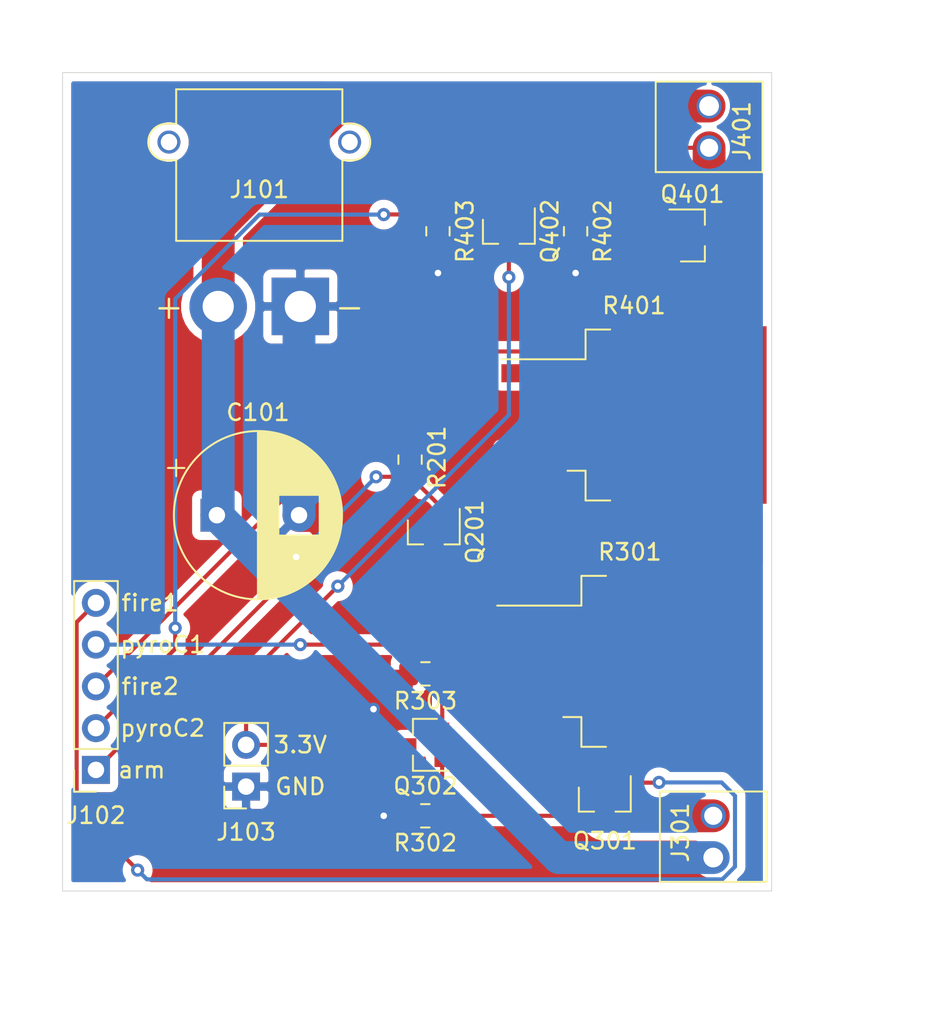
<source format=kicad_pcb>
(kicad_pcb (version 20171130) (host pcbnew "(5.1.6)-1")

  (general
    (thickness 1.6)
    (drawings 11)
    (tracks 104)
    (zones 0)
    (modules 18)
    (nets 14)
  )

  (page A4)
  (layers
    (0 F.Cu signal)
    (31 B.Cu signal)
    (32 B.Adhes user)
    (33 F.Adhes user)
    (34 B.Paste user)
    (35 F.Paste user)
    (36 B.SilkS user)
    (37 F.SilkS user)
    (38 B.Mask user)
    (39 F.Mask user)
    (40 Dwgs.User user)
    (41 Cmts.User user)
    (42 Eco1.User user)
    (43 Eco2.User user)
    (44 Edge.Cuts user)
    (45 Margin user)
    (46 B.CrtYd user)
    (47 F.CrtYd user)
    (48 B.Fab user)
    (49 F.Fab user)
  )

  (setup
    (last_trace_width 0.25)
    (user_trace_width 2)
    (trace_clearance 0.2)
    (zone_clearance 0.508)
    (zone_45_only no)
    (trace_min 0.2)
    (via_size 0.8)
    (via_drill 0.4)
    (via_min_size 0.4)
    (via_min_drill 0.3)
    (user_via 4 2)
    (uvia_size 0.3)
    (uvia_drill 0.1)
    (uvias_allowed no)
    (uvia_min_size 0.2)
    (uvia_min_drill 0.1)
    (edge_width 0.05)
    (segment_width 0.2)
    (pcb_text_width 0.3)
    (pcb_text_size 1.5 1.5)
    (mod_edge_width 0.12)
    (mod_text_size 1 1)
    (mod_text_width 0.15)
    (pad_size 1.524 1.524)
    (pad_drill 0.762)
    (pad_to_mask_clearance 0.05)
    (aux_axis_origin 0 0)
    (visible_elements 7FFFFFFF)
    (pcbplotparams
      (layerselection 0x010fc_ffffffff)
      (usegerberextensions false)
      (usegerberattributes true)
      (usegerberadvancedattributes true)
      (creategerberjobfile true)
      (excludeedgelayer true)
      (linewidth 0.100000)
      (plotframeref false)
      (viasonmask false)
      (mode 1)
      (useauxorigin false)
      (hpglpennumber 1)
      (hpglpenspeed 20)
      (hpglpendiameter 15.000000)
      (psnegative false)
      (psa4output false)
      (plotreference true)
      (plotvalue true)
      (plotinvisibletext false)
      (padsonsilk false)
      (subtractmaskfromsilk false)
      (outputformat 1)
      (mirror false)
      (drillshape 0)
      (scaleselection 1)
      (outputdirectory "../../../../ERFSEDS/Project Cerberus/Nova/Breakout Boards/Pyro Channels/"))
  )

  (net 0 "")
  (net 1 GND)
  (net 2 +BATT)
  (net 3 /fire1)
  (net 4 /pyroCorrect1)
  (net 5 /fire2)
  (net 6 /pyroCorrect2)
  (net 7 /arm)
  (net 8 +3V3)
  (net 9 "Net-(J301-Pad2)")
  (net 10 "Net-(J401-Pad2)")
  (net 11 "Net-(Q301-Pad2)")
  (net 12 "Net-(Q401-Pad2)")
  (net 13 /ArmSchematic/FireOut)

  (net_class Default "This is the default net class."
    (clearance 0.2)
    (trace_width 0.25)
    (via_dia 0.8)
    (via_drill 0.4)
    (uvia_dia 0.3)
    (uvia_drill 0.1)
    (add_net +3V3)
    (add_net +BATT)
    (add_net /ArmSchematic/FireOut)
    (add_net /arm)
    (add_net /fire1)
    (add_net /fire2)
    (add_net /pyroCorrect1)
    (add_net /pyroCorrect2)
    (add_net GND)
    (add_net "Net-(J301-Pad2)")
    (add_net "Net-(J401-Pad2)")
    (add_net "Net-(Q301-Pad2)")
    (add_net "Net-(Q401-Pad2)")
  )

  (module Resistor_SMD:R_0805_2012Metric_Pad1.15x1.40mm_HandSolder (layer F.Cu) (tedit 5B36C52B) (tstamp 5F2074E7)
    (at 123.27 72.565 90)
    (descr "Resistor SMD 0805 (2012 Metric), square (rectangular) end terminal, IPC_7351 nominal with elongated pad for handsoldering. (Body size source: https://docs.google.com/spreadsheets/d/1BsfQQcO9C6DZCsRaXUlFlo91Tg2WpOkGARC1WS5S8t0/edit?usp=sharing), generated with kicad-footprint-generator")
    (tags "resistor handsolder")
    (path /5F18FD4A/5F207130)
    (attr smd)
    (fp_text reference R201 (at 0.135 1.64 90) (layer F.SilkS)
      (effects (font (size 1 1) (thickness 0.15)))
    )
    (fp_text value 10k (at 0 1.65 90) (layer F.Fab)
      (effects (font (size 1 1) (thickness 0.15)))
    )
    (fp_text user %R (at 0 0 90) (layer F.Fab)
      (effects (font (size 0.5 0.5) (thickness 0.08)))
    )
    (fp_line (start -1 0.6) (end -1 -0.6) (layer F.Fab) (width 0.1))
    (fp_line (start -1 -0.6) (end 1 -0.6) (layer F.Fab) (width 0.1))
    (fp_line (start 1 -0.6) (end 1 0.6) (layer F.Fab) (width 0.1))
    (fp_line (start 1 0.6) (end -1 0.6) (layer F.Fab) (width 0.1))
    (fp_line (start -0.261252 -0.71) (end 0.261252 -0.71) (layer F.SilkS) (width 0.12))
    (fp_line (start -0.261252 0.71) (end 0.261252 0.71) (layer F.SilkS) (width 0.12))
    (fp_line (start -1.85 0.95) (end -1.85 -0.95) (layer F.CrtYd) (width 0.05))
    (fp_line (start -1.85 -0.95) (end 1.85 -0.95) (layer F.CrtYd) (width 0.05))
    (fp_line (start 1.85 -0.95) (end 1.85 0.95) (layer F.CrtYd) (width 0.05))
    (fp_line (start 1.85 0.95) (end -1.85 0.95) (layer F.CrtYd) (width 0.05))
    (pad 2 smd roundrect (at 1.025 0 90) (size 1.15 1.4) (layers F.Cu F.Paste F.Mask) (roundrect_rratio 0.217391)
      (net 1 GND))
    (pad 1 smd roundrect (at -1.025 0 90) (size 1.15 1.4) (layers F.Cu F.Paste F.Mask) (roundrect_rratio 0.217391)
      (net 7 /arm))
    (model ${KISYS3DMOD}/Resistor_SMD.3dshapes/R_0805_2012Metric.wrl
      (at (xyz 0 0 0))
      (scale (xyz 1 1 1))
      (rotate (xyz 0 0 0))
    )
  )

  (module PyroChannel:R_0805_2012Metric_Pad1.15x1.40mm_HandSolder (layer F.Cu) (tedit 5B36C52B) (tstamp 5F18E0F0)
    (at 124.968 58.674 270)
    (descr "Resistor SMD 0805 (2012 Metric), square (rectangular) end terminal, IPC_7351 nominal with elongated pad for handsoldering. (Body size source: https://docs.google.com/spreadsheets/d/1BsfQQcO9C6DZCsRaXUlFlo91Tg2WpOkGARC1WS5S8t0/edit?usp=sharing), generated with kicad-footprint-generator")
    (tags "resistor handsolder")
    (path /5F1A022A/5F1BD546)
    (attr smd)
    (fp_text reference R403 (at 0 -1.65 90) (layer F.SilkS)
      (effects (font (size 1 1) (thickness 0.15)))
    )
    (fp_text value 10k (at 0 1.65 90) (layer F.Fab)
      (effects (font (size 1 1) (thickness 0.15)))
    )
    (fp_line (start -1 0.6) (end -1 -0.6) (layer F.Fab) (width 0.1))
    (fp_line (start -1 -0.6) (end 1 -0.6) (layer F.Fab) (width 0.1))
    (fp_line (start 1 -0.6) (end 1 0.6) (layer F.Fab) (width 0.1))
    (fp_line (start 1 0.6) (end -1 0.6) (layer F.Fab) (width 0.1))
    (fp_line (start -0.261252 -0.71) (end 0.261252 -0.71) (layer F.SilkS) (width 0.12))
    (fp_line (start -0.261252 0.71) (end 0.261252 0.71) (layer F.SilkS) (width 0.12))
    (fp_line (start -1.85 0.95) (end -1.85 -0.95) (layer F.CrtYd) (width 0.05))
    (fp_line (start -1.85 -0.95) (end 1.85 -0.95) (layer F.CrtYd) (width 0.05))
    (fp_line (start 1.85 -0.95) (end 1.85 0.95) (layer F.CrtYd) (width 0.05))
    (fp_line (start 1.85 0.95) (end -1.85 0.95) (layer F.CrtYd) (width 0.05))
    (fp_text user %R (at 0 0 90) (layer F.Fab)
      (effects (font (size 0.5 0.5) (thickness 0.08)))
    )
    (pad 2 smd roundrect (at 1.025 0 270) (size 1.15 1.4) (layers F.Cu F.Paste F.Mask) (roundrect_rratio 0.217391)
      (net 1 GND))
    (pad 1 smd roundrect (at -1.025 0 270) (size 1.15 1.4) (layers F.Cu F.Paste F.Mask) (roundrect_rratio 0.217391)
      (net 6 /pyroCorrect2))
    (model ${KISYS3DMOD}/Resistor_SMD.3dshapes/R_0805_2012Metric.wrl
      (at (xyz 0 0 0))
      (scale (xyz 1 1 1))
      (rotate (xyz 0 0 0))
    )
  )

  (module PyroChannel:R_0805_2012Metric_Pad1.15x1.40mm_HandSolder (layer F.Cu) (tedit 5B36C52B) (tstamp 5F18E0DF)
    (at 133.35 58.674 270)
    (descr "Resistor SMD 0805 (2012 Metric), square (rectangular) end terminal, IPC_7351 nominal with elongated pad for handsoldering. (Body size source: https://docs.google.com/spreadsheets/d/1BsfQQcO9C6DZCsRaXUlFlo91Tg2WpOkGARC1WS5S8t0/edit?usp=sharing), generated with kicad-footprint-generator")
    (tags "resistor handsolder")
    (path /5F1A022A/5F17D687)
    (attr smd)
    (fp_text reference R402 (at 0 -1.65 90) (layer F.SilkS)
      (effects (font (size 1 1) (thickness 0.15)))
    )
    (fp_text value 10k (at 0 1.65 90) (layer F.Fab)
      (effects (font (size 1 1) (thickness 0.15)))
    )
    (fp_line (start -1 0.6) (end -1 -0.6) (layer F.Fab) (width 0.1))
    (fp_line (start -1 -0.6) (end 1 -0.6) (layer F.Fab) (width 0.1))
    (fp_line (start 1 -0.6) (end 1 0.6) (layer F.Fab) (width 0.1))
    (fp_line (start 1 0.6) (end -1 0.6) (layer F.Fab) (width 0.1))
    (fp_line (start -0.261252 -0.71) (end 0.261252 -0.71) (layer F.SilkS) (width 0.12))
    (fp_line (start -0.261252 0.71) (end 0.261252 0.71) (layer F.SilkS) (width 0.12))
    (fp_line (start -1.85 0.95) (end -1.85 -0.95) (layer F.CrtYd) (width 0.05))
    (fp_line (start -1.85 -0.95) (end 1.85 -0.95) (layer F.CrtYd) (width 0.05))
    (fp_line (start 1.85 -0.95) (end 1.85 0.95) (layer F.CrtYd) (width 0.05))
    (fp_line (start 1.85 0.95) (end -1.85 0.95) (layer F.CrtYd) (width 0.05))
    (fp_text user %R (at 0 0 90) (layer F.Fab)
      (effects (font (size 0.5 0.5) (thickness 0.08)))
    )
    (pad 2 smd roundrect (at 1.025 0 270) (size 1.15 1.4) (layers F.Cu F.Paste F.Mask) (roundrect_rratio 0.217391)
      (net 1 GND))
    (pad 1 smd roundrect (at -1.025 0 270) (size 1.15 1.4) (layers F.Cu F.Paste F.Mask) (roundrect_rratio 0.217391)
      (net 10 "Net-(J401-Pad2)"))
    (model ${KISYS3DMOD}/Resistor_SMD.3dshapes/R_0805_2012Metric.wrl
      (at (xyz 0 0 0))
      (scale (xyz 1 1 1))
      (rotate (xyz 0 0 0))
    )
  )

  (module PyroChannel:TO-263-2_TabPin1 (layer F.Cu) (tedit 5A70FB7B) (tstamp 5F18E0CE)
    (at 136.906 69.85)
    (descr "TO-263 / D2PAK / DDPAK SMD package, tab to pin 1, https://www.wolfspeed.com/media/downloads/137/C3D06060G.pdf")
    (tags "D2PAK DDPAK TO-263 D2PAK-3 TO-263-3 SOT-404 diode")
    (path /5F1A022A/5F169767)
    (attr smd)
    (fp_text reference R401 (at 0 -6.65) (layer F.SilkS)
      (effects (font (size 1 1) (thickness 0.15)))
    )
    (fp_text value 3.3 (at 0 6.65) (layer F.Fab)
      (effects (font (size 1 1) (thickness 0.15)))
    )
    (fp_line (start 6.5 -5) (end 7.5 -5) (layer F.Fab) (width 0.1))
    (fp_line (start 7.5 -5) (end 7.5 5) (layer F.Fab) (width 0.1))
    (fp_line (start 7.5 5) (end 6.5 5) (layer F.Fab) (width 0.1))
    (fp_line (start 6.5 -5) (end 6.5 5) (layer F.Fab) (width 0.1))
    (fp_line (start 6.5 5) (end -2.75 5) (layer F.Fab) (width 0.1))
    (fp_line (start -2.75 5) (end -2.75 -4) (layer F.Fab) (width 0.1))
    (fp_line (start -2.75 -4) (end -1.75 -5) (layer F.Fab) (width 0.1))
    (fp_line (start -1.75 -5) (end 6.5 -5) (layer F.Fab) (width 0.1))
    (fp_line (start -2.75 -3.04) (end -7.45 -3.04) (layer F.Fab) (width 0.1))
    (fp_line (start -7.45 -3.04) (end -7.45 -2.04) (layer F.Fab) (width 0.1))
    (fp_line (start -7.45 -2.04) (end -2.75 -2.04) (layer F.Fab) (width 0.1))
    (fp_line (start -2.75 2.04) (end -7.45 2.04) (layer F.Fab) (width 0.1))
    (fp_line (start -7.45 2.04) (end -7.45 3.04) (layer F.Fab) (width 0.1))
    (fp_line (start -7.45 3.04) (end -2.75 3.04) (layer F.Fab) (width 0.1))
    (fp_line (start -1.45 -5.2) (end -2.95 -5.2) (layer F.SilkS) (width 0.12))
    (fp_line (start -2.95 -5.2) (end -2.95 -3.39) (layer F.SilkS) (width 0.12))
    (fp_line (start -2.95 -3.39) (end -8.075 -3.39) (layer F.SilkS) (width 0.12))
    (fp_line (start -1.45 5.2) (end -2.95 5.2) (layer F.SilkS) (width 0.12))
    (fp_line (start -2.95 5.2) (end -2.95 3.39) (layer F.SilkS) (width 0.12))
    (fp_line (start -2.95 3.39) (end -4.05 3.39) (layer F.SilkS) (width 0.12))
    (fp_line (start -8.32 -5.65) (end -8.32 5.65) (layer F.CrtYd) (width 0.05))
    (fp_line (start -8.32 5.65) (end 8.32 5.65) (layer F.CrtYd) (width 0.05))
    (fp_line (start 8.32 5.65) (end 8.32 -5.65) (layer F.CrtYd) (width 0.05))
    (fp_line (start 8.32 -5.65) (end -8.32 -5.65) (layer F.CrtYd) (width 0.05))
    (fp_text user %R (at 0 0) (layer F.Fab)
      (effects (font (size 1 1) (thickness 0.15)))
    )
    (pad "" smd rect (at 0.95 2.775) (size 4.55 5.25) (layers F.Paste))
    (pad "" smd rect (at 5.8 -2.775) (size 4.55 5.25) (layers F.Paste))
    (pad "" smd rect (at 0.95 -2.775) (size 4.55 5.25) (layers F.Paste))
    (pad "" smd rect (at 5.8 2.775) (size 4.55 5.25) (layers F.Paste))
    (pad 1 smd rect (at 3.375 0) (size 9.4 10.8) (layers F.Cu F.Mask)
      (net 12 "Net-(Q401-Pad2)"))
    (pad 2 smd rect (at -5.775 2.54) (size 4.6 1.1) (layers F.Cu F.Paste F.Mask)
      (net 13 /ArmSchematic/FireOut))
    (pad 1 smd rect (at -5.775 -2.54) (size 4.6 1.1) (layers F.Cu F.Paste F.Mask)
      (net 12 "Net-(Q401-Pad2)"))
    (model ${KISYS3DMOD}/Package_TO_SOT_SMD.3dshapes/TO-263-2.wrl
      (at (xyz 0 0 0))
      (scale (xyz 1 1 1))
      (rotate (xyz 0 0 0))
    )
  )

  (module PyroChannel:R_0805_2012Metric_Pad1.15x1.40mm_HandSolder (layer F.Cu) (tedit 5B36C52B) (tstamp 5F18E0AA)
    (at 124.206 85.598 180)
    (descr "Resistor SMD 0805 (2012 Metric), square (rectangular) end terminal, IPC_7351 nominal with elongated pad for handsoldering. (Body size source: https://docs.google.com/spreadsheets/d/1BsfQQcO9C6DZCsRaXUlFlo91Tg2WpOkGARC1WS5S8t0/edit?usp=sharing), generated with kicad-footprint-generator")
    (tags "resistor handsolder")
    (path /5F19FDB4/5F1BD546)
    (attr smd)
    (fp_text reference R303 (at 0 -1.65) (layer F.SilkS)
      (effects (font (size 1 1) (thickness 0.15)))
    )
    (fp_text value 10k (at 0 1.65) (layer F.Fab)
      (effects (font (size 1 1) (thickness 0.15)))
    )
    (fp_line (start -1 0.6) (end -1 -0.6) (layer F.Fab) (width 0.1))
    (fp_line (start -1 -0.6) (end 1 -0.6) (layer F.Fab) (width 0.1))
    (fp_line (start 1 -0.6) (end 1 0.6) (layer F.Fab) (width 0.1))
    (fp_line (start 1 0.6) (end -1 0.6) (layer F.Fab) (width 0.1))
    (fp_line (start -0.261252 -0.71) (end 0.261252 -0.71) (layer F.SilkS) (width 0.12))
    (fp_line (start -0.261252 0.71) (end 0.261252 0.71) (layer F.SilkS) (width 0.12))
    (fp_line (start -1.85 0.95) (end -1.85 -0.95) (layer F.CrtYd) (width 0.05))
    (fp_line (start -1.85 -0.95) (end 1.85 -0.95) (layer F.CrtYd) (width 0.05))
    (fp_line (start 1.85 -0.95) (end 1.85 0.95) (layer F.CrtYd) (width 0.05))
    (fp_line (start 1.85 0.95) (end -1.85 0.95) (layer F.CrtYd) (width 0.05))
    (fp_text user %R (at 0 0) (layer F.Fab)
      (effects (font (size 0.5 0.5) (thickness 0.08)))
    )
    (pad 2 smd roundrect (at 1.025 0 180) (size 1.15 1.4) (layers F.Cu F.Paste F.Mask) (roundrect_rratio 0.217391)
      (net 1 GND))
    (pad 1 smd roundrect (at -1.025 0 180) (size 1.15 1.4) (layers F.Cu F.Paste F.Mask) (roundrect_rratio 0.217391)
      (net 4 /pyroCorrect1))
    (model ${KISYS3DMOD}/Resistor_SMD.3dshapes/R_0805_2012Metric.wrl
      (at (xyz 0 0 0))
      (scale (xyz 1 1 1))
      (rotate (xyz 0 0 0))
    )
  )

  (module PyroChannel:R_0805_2012Metric_Pad1.15x1.40mm_HandSolder (layer F.Cu) (tedit 5B36C52B) (tstamp 5F18E099)
    (at 124.197 94.234 180)
    (descr "Resistor SMD 0805 (2012 Metric), square (rectangular) end terminal, IPC_7351 nominal with elongated pad for handsoldering. (Body size source: https://docs.google.com/spreadsheets/d/1BsfQQcO9C6DZCsRaXUlFlo91Tg2WpOkGARC1WS5S8t0/edit?usp=sharing), generated with kicad-footprint-generator")
    (tags "resistor handsolder")
    (path /5F19FDB4/5F17D687)
    (attr smd)
    (fp_text reference R302 (at 0 -1.65) (layer F.SilkS)
      (effects (font (size 1 1) (thickness 0.15)))
    )
    (fp_text value 10k (at 0 1.65) (layer F.Fab)
      (effects (font (size 1 1) (thickness 0.15)))
    )
    (fp_line (start -1 0.6) (end -1 -0.6) (layer F.Fab) (width 0.1))
    (fp_line (start -1 -0.6) (end 1 -0.6) (layer F.Fab) (width 0.1))
    (fp_line (start 1 -0.6) (end 1 0.6) (layer F.Fab) (width 0.1))
    (fp_line (start 1 0.6) (end -1 0.6) (layer F.Fab) (width 0.1))
    (fp_line (start -0.261252 -0.71) (end 0.261252 -0.71) (layer F.SilkS) (width 0.12))
    (fp_line (start -0.261252 0.71) (end 0.261252 0.71) (layer F.SilkS) (width 0.12))
    (fp_line (start -1.85 0.95) (end -1.85 -0.95) (layer F.CrtYd) (width 0.05))
    (fp_line (start -1.85 -0.95) (end 1.85 -0.95) (layer F.CrtYd) (width 0.05))
    (fp_line (start 1.85 -0.95) (end 1.85 0.95) (layer F.CrtYd) (width 0.05))
    (fp_line (start 1.85 0.95) (end -1.85 0.95) (layer F.CrtYd) (width 0.05))
    (fp_text user %R (at 0 0) (layer F.Fab)
      (effects (font (size 0.5 0.5) (thickness 0.08)))
    )
    (pad 2 smd roundrect (at 1.025 0 180) (size 1.15 1.4) (layers F.Cu F.Paste F.Mask) (roundrect_rratio 0.217391)
      (net 1 GND))
    (pad 1 smd roundrect (at -1.025 0 180) (size 1.15 1.4) (layers F.Cu F.Paste F.Mask) (roundrect_rratio 0.217391)
      (net 9 "Net-(J301-Pad2)"))
    (model ${KISYS3DMOD}/Resistor_SMD.3dshapes/R_0805_2012Metric.wrl
      (at (xyz 0 0 0))
      (scale (xyz 1 1 1))
      (rotate (xyz 0 0 0))
    )
  )

  (module PyroChannel:TO-263-2_TabPin1 (layer F.Cu) (tedit 5A70FB7B) (tstamp 5F18E088)
    (at 136.652 84.836)
    (descr "TO-263 / D2PAK / DDPAK SMD package, tab to pin 1, https://www.wolfspeed.com/media/downloads/137/C3D06060G.pdf")
    (tags "D2PAK DDPAK TO-263 D2PAK-3 TO-263-3 SOT-404 diode")
    (path /5F19FDB4/5F169767)
    (attr smd)
    (fp_text reference R301 (at 0 -6.65) (layer F.SilkS)
      (effects (font (size 1 1) (thickness 0.15)))
    )
    (fp_text value 3.3 (at 0 6.65) (layer F.Fab)
      (effects (font (size 1 1) (thickness 0.15)))
    )
    (fp_line (start 6.5 -5) (end 7.5 -5) (layer F.Fab) (width 0.1))
    (fp_line (start 7.5 -5) (end 7.5 5) (layer F.Fab) (width 0.1))
    (fp_line (start 7.5 5) (end 6.5 5) (layer F.Fab) (width 0.1))
    (fp_line (start 6.5 -5) (end 6.5 5) (layer F.Fab) (width 0.1))
    (fp_line (start 6.5 5) (end -2.75 5) (layer F.Fab) (width 0.1))
    (fp_line (start -2.75 5) (end -2.75 -4) (layer F.Fab) (width 0.1))
    (fp_line (start -2.75 -4) (end -1.75 -5) (layer F.Fab) (width 0.1))
    (fp_line (start -1.75 -5) (end 6.5 -5) (layer F.Fab) (width 0.1))
    (fp_line (start -2.75 -3.04) (end -7.45 -3.04) (layer F.Fab) (width 0.1))
    (fp_line (start -7.45 -3.04) (end -7.45 -2.04) (layer F.Fab) (width 0.1))
    (fp_line (start -7.45 -2.04) (end -2.75 -2.04) (layer F.Fab) (width 0.1))
    (fp_line (start -2.75 2.04) (end -7.45 2.04) (layer F.Fab) (width 0.1))
    (fp_line (start -7.45 2.04) (end -7.45 3.04) (layer F.Fab) (width 0.1))
    (fp_line (start -7.45 3.04) (end -2.75 3.04) (layer F.Fab) (width 0.1))
    (fp_line (start -1.45 -5.2) (end -2.95 -5.2) (layer F.SilkS) (width 0.12))
    (fp_line (start -2.95 -5.2) (end -2.95 -3.39) (layer F.SilkS) (width 0.12))
    (fp_line (start -2.95 -3.39) (end -8.075 -3.39) (layer F.SilkS) (width 0.12))
    (fp_line (start -1.45 5.2) (end -2.95 5.2) (layer F.SilkS) (width 0.12))
    (fp_line (start -2.95 5.2) (end -2.95 3.39) (layer F.SilkS) (width 0.12))
    (fp_line (start -2.95 3.39) (end -4.05 3.39) (layer F.SilkS) (width 0.12))
    (fp_line (start -8.32 -5.65) (end -8.32 5.65) (layer F.CrtYd) (width 0.05))
    (fp_line (start -8.32 5.65) (end 8.32 5.65) (layer F.CrtYd) (width 0.05))
    (fp_line (start 8.32 5.65) (end 8.32 -5.65) (layer F.CrtYd) (width 0.05))
    (fp_line (start 8.32 -5.65) (end -8.32 -5.65) (layer F.CrtYd) (width 0.05))
    (fp_text user %R (at 0 0) (layer F.Fab)
      (effects (font (size 1 1) (thickness 0.15)))
    )
    (pad "" smd rect (at 0.95 2.775) (size 4.55 5.25) (layers F.Paste))
    (pad "" smd rect (at 5.8 -2.775) (size 4.55 5.25) (layers F.Paste))
    (pad "" smd rect (at 0.95 -2.775) (size 4.55 5.25) (layers F.Paste))
    (pad "" smd rect (at 5.8 2.775) (size 4.55 5.25) (layers F.Paste))
    (pad 1 smd rect (at 3.375 0) (size 9.4 10.8) (layers F.Cu F.Mask)
      (net 11 "Net-(Q301-Pad2)"))
    (pad 2 smd rect (at -5.775 2.54) (size 4.6 1.1) (layers F.Cu F.Paste F.Mask)
      (net 13 /ArmSchematic/FireOut))
    (pad 1 smd rect (at -5.775 -2.54) (size 4.6 1.1) (layers F.Cu F.Paste F.Mask)
      (net 11 "Net-(Q301-Pad2)"))
    (model ${KISYS3DMOD}/Package_TO_SOT_SMD.3dshapes/TO-263-2.wrl
      (at (xyz 0 0 0))
      (scale (xyz 1 1 1))
      (rotate (xyz 0 0 0))
    )
  )

  (module PyroChannel:SOT-23 (layer F.Cu) (tedit 5A02FF57) (tstamp 5F18E064)
    (at 129.286 58.674 270)
    (descr "SOT-23, Standard")
    (tags SOT-23)
    (path /5F1A022A/5F18C629)
    (attr smd)
    (fp_text reference Q402 (at 0 -2.5 90) (layer F.SilkS)
      (effects (font (size 1 1) (thickness 0.15)))
    )
    (fp_text value IRLML6344TRPBFee (at 0 2.5 90) (layer F.Fab)
      (effects (font (size 1 1) (thickness 0.15)))
    )
    (fp_line (start -0.7 -0.95) (end -0.7 1.5) (layer F.Fab) (width 0.1))
    (fp_line (start -0.15 -1.52) (end 0.7 -1.52) (layer F.Fab) (width 0.1))
    (fp_line (start -0.7 -0.95) (end -0.15 -1.52) (layer F.Fab) (width 0.1))
    (fp_line (start 0.7 -1.52) (end 0.7 1.52) (layer F.Fab) (width 0.1))
    (fp_line (start -0.7 1.52) (end 0.7 1.52) (layer F.Fab) (width 0.1))
    (fp_line (start 0.76 1.58) (end 0.76 0.65) (layer F.SilkS) (width 0.12))
    (fp_line (start 0.76 -1.58) (end 0.76 -0.65) (layer F.SilkS) (width 0.12))
    (fp_line (start -1.7 -1.75) (end 1.7 -1.75) (layer F.CrtYd) (width 0.05))
    (fp_line (start 1.7 -1.75) (end 1.7 1.75) (layer F.CrtYd) (width 0.05))
    (fp_line (start 1.7 1.75) (end -1.7 1.75) (layer F.CrtYd) (width 0.05))
    (fp_line (start -1.7 1.75) (end -1.7 -1.75) (layer F.CrtYd) (width 0.05))
    (fp_line (start 0.76 -1.58) (end -1.4 -1.58) (layer F.SilkS) (width 0.12))
    (fp_line (start 0.76 1.58) (end -0.7 1.58) (layer F.SilkS) (width 0.12))
    (fp_text user %R (at 0 0) (layer F.Fab)
      (effects (font (size 0.5 0.5) (thickness 0.075)))
    )
    (pad 3 smd rect (at 1 0 270) (size 0.9 0.8) (layers F.Cu F.Paste F.Mask)
      (net 8 +3V3))
    (pad 2 smd rect (at -1 0.95 270) (size 0.9 0.8) (layers F.Cu F.Paste F.Mask)
      (net 6 /pyroCorrect2))
    (pad 1 smd rect (at -1 -0.95 270) (size 0.9 0.8) (layers F.Cu F.Paste F.Mask)
      (net 10 "Net-(J401-Pad2)"))
    (model ${KISYS3DMOD}/Package_TO_SOT_SMD.3dshapes/SOT-23.wrl
      (at (xyz 0 0 0))
      (scale (xyz 1 1 1))
      (rotate (xyz 0 0 0))
    )
  )

  (module PyroChannel:SOT-23 (layer F.Cu) (tedit 5A02FF57) (tstamp 5F18E04F)
    (at 140.462 58.928)
    (descr "SOT-23, Standard")
    (tags SOT-23)
    (path /5F1A022A/5F190C4B)
    (attr smd)
    (fp_text reference Q401 (at 0 -2.5) (layer F.SilkS)
      (effects (font (size 1 1) (thickness 0.15)))
    )
    (fp_text value IRLML6344TRPBFee (at 0 2.5) (layer F.Fab)
      (effects (font (size 1 1) (thickness 0.15)))
    )
    (fp_line (start -0.7 -0.95) (end -0.7 1.5) (layer F.Fab) (width 0.1))
    (fp_line (start -0.15 -1.52) (end 0.7 -1.52) (layer F.Fab) (width 0.1))
    (fp_line (start -0.7 -0.95) (end -0.15 -1.52) (layer F.Fab) (width 0.1))
    (fp_line (start 0.7 -1.52) (end 0.7 1.52) (layer F.Fab) (width 0.1))
    (fp_line (start -0.7 1.52) (end 0.7 1.52) (layer F.Fab) (width 0.1))
    (fp_line (start 0.76 1.58) (end 0.76 0.65) (layer F.SilkS) (width 0.12))
    (fp_line (start 0.76 -1.58) (end 0.76 -0.65) (layer F.SilkS) (width 0.12))
    (fp_line (start -1.7 -1.75) (end 1.7 -1.75) (layer F.CrtYd) (width 0.05))
    (fp_line (start 1.7 -1.75) (end 1.7 1.75) (layer F.CrtYd) (width 0.05))
    (fp_line (start 1.7 1.75) (end -1.7 1.75) (layer F.CrtYd) (width 0.05))
    (fp_line (start -1.7 1.75) (end -1.7 -1.75) (layer F.CrtYd) (width 0.05))
    (fp_line (start 0.76 -1.58) (end -1.4 -1.58) (layer F.SilkS) (width 0.12))
    (fp_line (start 0.76 1.58) (end -0.7 1.58) (layer F.SilkS) (width 0.12))
    (fp_text user %R (at 0 0 90) (layer F.Fab)
      (effects (font (size 0.5 0.5) (thickness 0.075)))
    )
    (pad 3 smd rect (at 1 0) (size 0.9 0.8) (layers F.Cu F.Paste F.Mask)
      (net 10 "Net-(J401-Pad2)"))
    (pad 2 smd rect (at -1 0.95) (size 0.9 0.8) (layers F.Cu F.Paste F.Mask)
      (net 12 "Net-(Q401-Pad2)"))
    (pad 1 smd rect (at -1 -0.95) (size 0.9 0.8) (layers F.Cu F.Paste F.Mask)
      (net 5 /fire2))
    (model ${KISYS3DMOD}/Package_TO_SOT_SMD.3dshapes/SOT-23.wrl
      (at (xyz 0 0 0))
      (scale (xyz 1 1 1))
      (rotate (xyz 0 0 0))
    )
  )

  (module PyroChannel:SOT-23 (layer F.Cu) (tedit 5A02FF57) (tstamp 5F18E03A)
    (at 124.206 89.916 180)
    (descr "SOT-23, Standard")
    (tags SOT-23)
    (path /5F19FDB4/5F18C629)
    (attr smd)
    (fp_text reference Q302 (at 0 -2.5) (layer F.SilkS)
      (effects (font (size 1 1) (thickness 0.15)))
    )
    (fp_text value IRLML6344TRPBFee (at 0 2.5) (layer F.Fab)
      (effects (font (size 1 1) (thickness 0.15)))
    )
    (fp_line (start -0.7 -0.95) (end -0.7 1.5) (layer F.Fab) (width 0.1))
    (fp_line (start -0.15 -1.52) (end 0.7 -1.52) (layer F.Fab) (width 0.1))
    (fp_line (start -0.7 -0.95) (end -0.15 -1.52) (layer F.Fab) (width 0.1))
    (fp_line (start 0.7 -1.52) (end 0.7 1.52) (layer F.Fab) (width 0.1))
    (fp_line (start -0.7 1.52) (end 0.7 1.52) (layer F.Fab) (width 0.1))
    (fp_line (start 0.76 1.58) (end 0.76 0.65) (layer F.SilkS) (width 0.12))
    (fp_line (start 0.76 -1.58) (end 0.76 -0.65) (layer F.SilkS) (width 0.12))
    (fp_line (start -1.7 -1.75) (end 1.7 -1.75) (layer F.CrtYd) (width 0.05))
    (fp_line (start 1.7 -1.75) (end 1.7 1.75) (layer F.CrtYd) (width 0.05))
    (fp_line (start 1.7 1.75) (end -1.7 1.75) (layer F.CrtYd) (width 0.05))
    (fp_line (start -1.7 1.75) (end -1.7 -1.75) (layer F.CrtYd) (width 0.05))
    (fp_line (start 0.76 -1.58) (end -1.4 -1.58) (layer F.SilkS) (width 0.12))
    (fp_line (start 0.76 1.58) (end -0.7 1.58) (layer F.SilkS) (width 0.12))
    (fp_text user %R (at 0 0 90) (layer F.Fab)
      (effects (font (size 0.5 0.5) (thickness 0.075)))
    )
    (pad 3 smd rect (at 1 0 180) (size 0.9 0.8) (layers F.Cu F.Paste F.Mask)
      (net 8 +3V3))
    (pad 2 smd rect (at -1 0.95 180) (size 0.9 0.8) (layers F.Cu F.Paste F.Mask)
      (net 4 /pyroCorrect1))
    (pad 1 smd rect (at -1 -0.95 180) (size 0.9 0.8) (layers F.Cu F.Paste F.Mask)
      (net 9 "Net-(J301-Pad2)"))
    (model ${KISYS3DMOD}/Package_TO_SOT_SMD.3dshapes/SOT-23.wrl
      (at (xyz 0 0 0))
      (scale (xyz 1 1 1))
      (rotate (xyz 0 0 0))
    )
  )

  (module PyroChannel:SOT-23 (layer F.Cu) (tedit 5A02FF57) (tstamp 5F18E025)
    (at 135.128 93.218 270)
    (descr "SOT-23, Standard")
    (tags SOT-23)
    (path /5F19FDB4/5F190C4B)
    (attr smd)
    (fp_text reference Q301 (at 2.54 0 180) (layer F.SilkS)
      (effects (font (size 1 1) (thickness 0.15)))
    )
    (fp_text value IRLML6344TRPBFee (at 0 2.5 90) (layer F.Fab)
      (effects (font (size 1 1) (thickness 0.15)))
    )
    (fp_line (start -0.7 -0.95) (end -0.7 1.5) (layer F.Fab) (width 0.1))
    (fp_line (start -0.15 -1.52) (end 0.7 -1.52) (layer F.Fab) (width 0.1))
    (fp_line (start -0.7 -0.95) (end -0.15 -1.52) (layer F.Fab) (width 0.1))
    (fp_line (start 0.7 -1.52) (end 0.7 1.52) (layer F.Fab) (width 0.1))
    (fp_line (start -0.7 1.52) (end 0.7 1.52) (layer F.Fab) (width 0.1))
    (fp_line (start 0.76 1.58) (end 0.76 0.65) (layer F.SilkS) (width 0.12))
    (fp_line (start 0.76 -1.58) (end 0.76 -0.65) (layer F.SilkS) (width 0.12))
    (fp_line (start -1.7 -1.75) (end 1.7 -1.75) (layer F.CrtYd) (width 0.05))
    (fp_line (start 1.7 -1.75) (end 1.7 1.75) (layer F.CrtYd) (width 0.05))
    (fp_line (start 1.7 1.75) (end -1.7 1.75) (layer F.CrtYd) (width 0.05))
    (fp_line (start -1.7 1.75) (end -1.7 -1.75) (layer F.CrtYd) (width 0.05))
    (fp_line (start 0.76 -1.58) (end -1.4 -1.58) (layer F.SilkS) (width 0.12))
    (fp_line (start 0.76 1.58) (end -0.7 1.58) (layer F.SilkS) (width 0.12))
    (fp_text user %R (at 0 0) (layer F.Fab)
      (effects (font (size 0.5 0.5) (thickness 0.075)))
    )
    (pad 3 smd rect (at 1 0 270) (size 0.9 0.8) (layers F.Cu F.Paste F.Mask)
      (net 9 "Net-(J301-Pad2)"))
    (pad 2 smd rect (at -1 0.95 270) (size 0.9 0.8) (layers F.Cu F.Paste F.Mask)
      (net 11 "Net-(Q301-Pad2)"))
    (pad 1 smd rect (at -1 -0.95 270) (size 0.9 0.8) (layers F.Cu F.Paste F.Mask)
      (net 3 /fire1))
    (model ${KISYS3DMOD}/Package_TO_SOT_SMD.3dshapes/SOT-23.wrl
      (at (xyz 0 0 0))
      (scale (xyz 1 1 1))
      (rotate (xyz 0 0 0))
    )
  )

  (module PyroChannel:SOT-23 (layer F.Cu) (tedit 5A02FF57) (tstamp 5F18E010)
    (at 124.714 76.962 270)
    (descr "SOT-23, Standard")
    (tags SOT-23)
    (path /5F18FD4A/5F191330)
    (attr smd)
    (fp_text reference Q201 (at 0 -2.5 90) (layer F.SilkS)
      (effects (font (size 1 1) (thickness 0.15)))
    )
    (fp_text value IRLML6344TRPBFee (at 0 2.484 90) (layer F.Fab)
      (effects (font (size 1 1) (thickness 0.15)))
    )
    (fp_line (start -0.7 -0.95) (end -0.7 1.5) (layer F.Fab) (width 0.1))
    (fp_line (start -0.15 -1.52) (end 0.7 -1.52) (layer F.Fab) (width 0.1))
    (fp_line (start -0.7 -0.95) (end -0.15 -1.52) (layer F.Fab) (width 0.1))
    (fp_line (start 0.7 -1.52) (end 0.7 1.52) (layer F.Fab) (width 0.1))
    (fp_line (start -0.7 1.52) (end 0.7 1.52) (layer F.Fab) (width 0.1))
    (fp_line (start 0.76 1.58) (end 0.76 0.65) (layer F.SilkS) (width 0.12))
    (fp_line (start 0.76 -1.58) (end 0.76 -0.65) (layer F.SilkS) (width 0.12))
    (fp_line (start -1.7 -1.75) (end 1.7 -1.75) (layer F.CrtYd) (width 0.05))
    (fp_line (start 1.7 -1.75) (end 1.7 1.75) (layer F.CrtYd) (width 0.05))
    (fp_line (start 1.7 1.75) (end -1.7 1.75) (layer F.CrtYd) (width 0.05))
    (fp_line (start -1.7 1.75) (end -1.7 -1.75) (layer F.CrtYd) (width 0.05))
    (fp_line (start 0.76 -1.58) (end -1.4 -1.58) (layer F.SilkS) (width 0.12))
    (fp_line (start 0.76 1.58) (end -0.7 1.58) (layer F.SilkS) (width 0.12))
    (fp_text user %R (at 0.180646 -0.056) (layer F.Fab)
      (effects (font (size 0.5 0.5) (thickness 0.075)))
    )
    (pad 3 smd rect (at 1 0 270) (size 0.9 0.8) (layers F.Cu F.Paste F.Mask)
      (net 13 /ArmSchematic/FireOut))
    (pad 2 smd rect (at -1 0.95 270) (size 0.9 0.8) (layers F.Cu F.Paste F.Mask)
      (net 1 GND))
    (pad 1 smd rect (at -1 -0.95 270) (size 0.9 0.8) (layers F.Cu F.Paste F.Mask)
      (net 7 /arm))
    (model ${KISYS3DMOD}/Package_TO_SOT_SMD.3dshapes/SOT-23.wrl
      (at (xyz 0 0 0))
      (scale (xyz 1 1 1))
      (rotate (xyz 0 0 0))
    )
  )

  (module PyroChannel:2_pin_screw_terminal (layer F.Cu) (tedit 5EC29D07) (tstamp 5F18DFFB)
    (at 141.478 52.324 270)
    (path /5F1A022A/5F14E374)
    (fp_text reference J401 (at 0.25 -2 90) (layer F.SilkS)
      (effects (font (size 1 1) (thickness 0.15)))
    )
    (fp_text value Conn_01x02_Female (at 0 -4 90) (layer F.Fab)
      (effects (font (size 1 1) (thickness 0.15)))
    )
    (fp_line (start -2.75 -3.25) (end -2.75 3.25) (layer F.SilkS) (width 0.12))
    (fp_line (start -2.75 3.25) (end 2.75 3.25) (layer F.SilkS) (width 0.12))
    (fp_line (start 2.75 3.25) (end 2.75 -3.25) (layer F.SilkS) (width 0.12))
    (fp_line (start 2.75 -3.25) (end -2.75 -3.25) (layer F.SilkS) (width 0.12))
    (fp_line (start -2.75 -3.25) (end 2.75 -3.25) (layer F.CrtYd) (width 0.12))
    (fp_line (start 2.75 -3.25) (end 2.75 3.25) (layer F.CrtYd) (width 0.12))
    (fp_line (start 2.75 3.25) (end -2.75 3.25) (layer F.CrtYd) (width 0.12))
    (fp_line (start -2.75 3.25) (end -2.75 -3.25) (layer F.CrtYd) (width 0.12))
    (pad 1 thru_hole circle (at -1.27 0 270) (size 1.524 1.524) (drill 1.2) (layers *.Cu *.Mask)
      (net 2 +BATT))
    (pad 2 thru_hole circle (at 1.27 0 270) (size 1.524 1.524) (drill 1.1) (layers *.Cu *.Mask)
      (net 10 "Net-(J401-Pad2)"))
  )

  (module PyroChannel:2_pin_screw_terminal (layer F.Cu) (tedit 5EC29D07) (tstamp 5F18DFED)
    (at 141.732 95.504 90)
    (path /5F19FDB4/5F14E374)
    (fp_text reference J301 (at 0.25 -2 90) (layer F.SilkS)
      (effects (font (size 1 1) (thickness 0.15)))
    )
    (fp_text value Conn_01x02_Female (at 0 -4 90) (layer F.Fab)
      (effects (font (size 1 1) (thickness 0.15)))
    )
    (fp_line (start -2.75 -3.25) (end -2.75 3.25) (layer F.SilkS) (width 0.12))
    (fp_line (start -2.75 3.25) (end 2.75 3.25) (layer F.SilkS) (width 0.12))
    (fp_line (start 2.75 3.25) (end 2.75 -3.25) (layer F.SilkS) (width 0.12))
    (fp_line (start 2.75 -3.25) (end -2.75 -3.25) (layer F.SilkS) (width 0.12))
    (fp_line (start -2.75 -3.25) (end 2.75 -3.25) (layer F.CrtYd) (width 0.12))
    (fp_line (start 2.75 -3.25) (end 2.75 3.25) (layer F.CrtYd) (width 0.12))
    (fp_line (start 2.75 3.25) (end -2.75 3.25) (layer F.CrtYd) (width 0.12))
    (fp_line (start -2.75 3.25) (end -2.75 -3.25) (layer F.CrtYd) (width 0.12))
    (pad 1 thru_hole circle (at -1.27 0 90) (size 1.524 1.524) (drill 1.2) (layers *.Cu *.Mask)
      (net 2 +BATT))
    (pad 2 thru_hole circle (at 1.27 0 90) (size 1.524 1.524) (drill 1.1) (layers *.Cu *.Mask)
      (net 9 "Net-(J301-Pad2)"))
  )

  (module PyroChannel:CP_Radial_D10.0mm_P5.00mm (layer F.Cu) (tedit 5AE50EF1) (tstamp 5F18DF39)
    (at 111.506 75.946)
    (descr "CP, Radial series, Radial, pin pitch=5.00mm, , diameter=10mm, Electrolytic Capacitor")
    (tags "CP Radial series Radial pin pitch 5.00mm  diameter 10mm Electrolytic Capacitor")
    (path /5F1A93B5)
    (fp_text reference C101 (at 2.5 -6.25) (layer F.SilkS)
      (effects (font (size 1 1) (thickness 0.15)))
    )
    (fp_text value 1mF (at 2.5 6.25) (layer F.Fab)
      (effects (font (size 1 1) (thickness 0.15)))
    )
    (fp_circle (center 2.5 0) (end 7.5 0) (layer F.Fab) (width 0.1))
    (fp_circle (center 2.5 0) (end 7.62 0) (layer F.SilkS) (width 0.12))
    (fp_circle (center 2.5 0) (end 7.75 0) (layer F.CrtYd) (width 0.05))
    (fp_line (start -1.788861 -2.1875) (end -0.788861 -2.1875) (layer F.Fab) (width 0.1))
    (fp_line (start -1.288861 -2.6875) (end -1.288861 -1.6875) (layer F.Fab) (width 0.1))
    (fp_line (start 2.5 -5.08) (end 2.5 5.08) (layer F.SilkS) (width 0.12))
    (fp_line (start 2.54 -5.08) (end 2.54 5.08) (layer F.SilkS) (width 0.12))
    (fp_line (start 2.58 -5.08) (end 2.58 5.08) (layer F.SilkS) (width 0.12))
    (fp_line (start 2.62 -5.079) (end 2.62 5.079) (layer F.SilkS) (width 0.12))
    (fp_line (start 2.66 -5.078) (end 2.66 5.078) (layer F.SilkS) (width 0.12))
    (fp_line (start 2.7 -5.077) (end 2.7 5.077) (layer F.SilkS) (width 0.12))
    (fp_line (start 2.74 -5.075) (end 2.74 5.075) (layer F.SilkS) (width 0.12))
    (fp_line (start 2.78 -5.073) (end 2.78 5.073) (layer F.SilkS) (width 0.12))
    (fp_line (start 2.82 -5.07) (end 2.82 5.07) (layer F.SilkS) (width 0.12))
    (fp_line (start 2.86 -5.068) (end 2.86 5.068) (layer F.SilkS) (width 0.12))
    (fp_line (start 2.9 -5.065) (end 2.9 5.065) (layer F.SilkS) (width 0.12))
    (fp_line (start 2.94 -5.062) (end 2.94 5.062) (layer F.SilkS) (width 0.12))
    (fp_line (start 2.98 -5.058) (end 2.98 5.058) (layer F.SilkS) (width 0.12))
    (fp_line (start 3.02 -5.054) (end 3.02 5.054) (layer F.SilkS) (width 0.12))
    (fp_line (start 3.06 -5.05) (end 3.06 5.05) (layer F.SilkS) (width 0.12))
    (fp_line (start 3.1 -5.045) (end 3.1 5.045) (layer F.SilkS) (width 0.12))
    (fp_line (start 3.14 -5.04) (end 3.14 5.04) (layer F.SilkS) (width 0.12))
    (fp_line (start 3.18 -5.035) (end 3.18 5.035) (layer F.SilkS) (width 0.12))
    (fp_line (start 3.221 -5.03) (end 3.221 5.03) (layer F.SilkS) (width 0.12))
    (fp_line (start 3.261 -5.024) (end 3.261 5.024) (layer F.SilkS) (width 0.12))
    (fp_line (start 3.301 -5.018) (end 3.301 5.018) (layer F.SilkS) (width 0.12))
    (fp_line (start 3.341 -5.011) (end 3.341 5.011) (layer F.SilkS) (width 0.12))
    (fp_line (start 3.381 -5.004) (end 3.381 5.004) (layer F.SilkS) (width 0.12))
    (fp_line (start 3.421 -4.997) (end 3.421 4.997) (layer F.SilkS) (width 0.12))
    (fp_line (start 3.461 -4.99) (end 3.461 4.99) (layer F.SilkS) (width 0.12))
    (fp_line (start 3.501 -4.982) (end 3.501 4.982) (layer F.SilkS) (width 0.12))
    (fp_line (start 3.541 -4.974) (end 3.541 4.974) (layer F.SilkS) (width 0.12))
    (fp_line (start 3.581 -4.965) (end 3.581 4.965) (layer F.SilkS) (width 0.12))
    (fp_line (start 3.621 -4.956) (end 3.621 4.956) (layer F.SilkS) (width 0.12))
    (fp_line (start 3.661 -4.947) (end 3.661 4.947) (layer F.SilkS) (width 0.12))
    (fp_line (start 3.701 -4.938) (end 3.701 4.938) (layer F.SilkS) (width 0.12))
    (fp_line (start 3.741 -4.928) (end 3.741 4.928) (layer F.SilkS) (width 0.12))
    (fp_line (start 3.781 -4.918) (end 3.781 -1.241) (layer F.SilkS) (width 0.12))
    (fp_line (start 3.781 1.241) (end 3.781 4.918) (layer F.SilkS) (width 0.12))
    (fp_line (start 3.821 -4.907) (end 3.821 -1.241) (layer F.SilkS) (width 0.12))
    (fp_line (start 3.821 1.241) (end 3.821 4.907) (layer F.SilkS) (width 0.12))
    (fp_line (start 3.861 -4.897) (end 3.861 -1.241) (layer F.SilkS) (width 0.12))
    (fp_line (start 3.861 1.241) (end 3.861 4.897) (layer F.SilkS) (width 0.12))
    (fp_line (start 3.901 -4.885) (end 3.901 -1.241) (layer F.SilkS) (width 0.12))
    (fp_line (start 3.901 1.241) (end 3.901 4.885) (layer F.SilkS) (width 0.12))
    (fp_line (start 3.941 -4.874) (end 3.941 -1.241) (layer F.SilkS) (width 0.12))
    (fp_line (start 3.941 1.241) (end 3.941 4.874) (layer F.SilkS) (width 0.12))
    (fp_line (start 3.981 -4.862) (end 3.981 -1.241) (layer F.SilkS) (width 0.12))
    (fp_line (start 3.981 1.241) (end 3.981 4.862) (layer F.SilkS) (width 0.12))
    (fp_line (start 4.021 -4.85) (end 4.021 -1.241) (layer F.SilkS) (width 0.12))
    (fp_line (start 4.021 1.241) (end 4.021 4.85) (layer F.SilkS) (width 0.12))
    (fp_line (start 4.061 -4.837) (end 4.061 -1.241) (layer F.SilkS) (width 0.12))
    (fp_line (start 4.061 1.241) (end 4.061 4.837) (layer F.SilkS) (width 0.12))
    (fp_line (start 4.101 -4.824) (end 4.101 -1.241) (layer F.SilkS) (width 0.12))
    (fp_line (start 4.101 1.241) (end 4.101 4.824) (layer F.SilkS) (width 0.12))
    (fp_line (start 4.141 -4.811) (end 4.141 -1.241) (layer F.SilkS) (width 0.12))
    (fp_line (start 4.141 1.241) (end 4.141 4.811) (layer F.SilkS) (width 0.12))
    (fp_line (start 4.181 -4.797) (end 4.181 -1.241) (layer F.SilkS) (width 0.12))
    (fp_line (start 4.181 1.241) (end 4.181 4.797) (layer F.SilkS) (width 0.12))
    (fp_line (start 4.221 -4.783) (end 4.221 -1.241) (layer F.SilkS) (width 0.12))
    (fp_line (start 4.221 1.241) (end 4.221 4.783) (layer F.SilkS) (width 0.12))
    (fp_line (start 4.261 -4.768) (end 4.261 -1.241) (layer F.SilkS) (width 0.12))
    (fp_line (start 4.261 1.241) (end 4.261 4.768) (layer F.SilkS) (width 0.12))
    (fp_line (start 4.301 -4.754) (end 4.301 -1.241) (layer F.SilkS) (width 0.12))
    (fp_line (start 4.301 1.241) (end 4.301 4.754) (layer F.SilkS) (width 0.12))
    (fp_line (start 4.341 -4.738) (end 4.341 -1.241) (layer F.SilkS) (width 0.12))
    (fp_line (start 4.341 1.241) (end 4.341 4.738) (layer F.SilkS) (width 0.12))
    (fp_line (start 4.381 -4.723) (end 4.381 -1.241) (layer F.SilkS) (width 0.12))
    (fp_line (start 4.381 1.241) (end 4.381 4.723) (layer F.SilkS) (width 0.12))
    (fp_line (start 4.421 -4.707) (end 4.421 -1.241) (layer F.SilkS) (width 0.12))
    (fp_line (start 4.421 1.241) (end 4.421 4.707) (layer F.SilkS) (width 0.12))
    (fp_line (start 4.461 -4.69) (end 4.461 -1.241) (layer F.SilkS) (width 0.12))
    (fp_line (start 4.461 1.241) (end 4.461 4.69) (layer F.SilkS) (width 0.12))
    (fp_line (start 4.501 -4.674) (end 4.501 -1.241) (layer F.SilkS) (width 0.12))
    (fp_line (start 4.501 1.241) (end 4.501 4.674) (layer F.SilkS) (width 0.12))
    (fp_line (start 4.541 -4.657) (end 4.541 -1.241) (layer F.SilkS) (width 0.12))
    (fp_line (start 4.541 1.241) (end 4.541 4.657) (layer F.SilkS) (width 0.12))
    (fp_line (start 4.581 -4.639) (end 4.581 -1.241) (layer F.SilkS) (width 0.12))
    (fp_line (start 4.581 1.241) (end 4.581 4.639) (layer F.SilkS) (width 0.12))
    (fp_line (start 4.621 -4.621) (end 4.621 -1.241) (layer F.SilkS) (width 0.12))
    (fp_line (start 4.621 1.241) (end 4.621 4.621) (layer F.SilkS) (width 0.12))
    (fp_line (start 4.661 -4.603) (end 4.661 -1.241) (layer F.SilkS) (width 0.12))
    (fp_line (start 4.661 1.241) (end 4.661 4.603) (layer F.SilkS) (width 0.12))
    (fp_line (start 4.701 -4.584) (end 4.701 -1.241) (layer F.SilkS) (width 0.12))
    (fp_line (start 4.701 1.241) (end 4.701 4.584) (layer F.SilkS) (width 0.12))
    (fp_line (start 4.741 -4.564) (end 4.741 -1.241) (layer F.SilkS) (width 0.12))
    (fp_line (start 4.741 1.241) (end 4.741 4.564) (layer F.SilkS) (width 0.12))
    (fp_line (start 4.781 -4.545) (end 4.781 -1.241) (layer F.SilkS) (width 0.12))
    (fp_line (start 4.781 1.241) (end 4.781 4.545) (layer F.SilkS) (width 0.12))
    (fp_line (start 4.821 -4.525) (end 4.821 -1.241) (layer F.SilkS) (width 0.12))
    (fp_line (start 4.821 1.241) (end 4.821 4.525) (layer F.SilkS) (width 0.12))
    (fp_line (start 4.861 -4.504) (end 4.861 -1.241) (layer F.SilkS) (width 0.12))
    (fp_line (start 4.861 1.241) (end 4.861 4.504) (layer F.SilkS) (width 0.12))
    (fp_line (start 4.901 -4.483) (end 4.901 -1.241) (layer F.SilkS) (width 0.12))
    (fp_line (start 4.901 1.241) (end 4.901 4.483) (layer F.SilkS) (width 0.12))
    (fp_line (start 4.941 -4.462) (end 4.941 -1.241) (layer F.SilkS) (width 0.12))
    (fp_line (start 4.941 1.241) (end 4.941 4.462) (layer F.SilkS) (width 0.12))
    (fp_line (start 4.981 -4.44) (end 4.981 -1.241) (layer F.SilkS) (width 0.12))
    (fp_line (start 4.981 1.241) (end 4.981 4.44) (layer F.SilkS) (width 0.12))
    (fp_line (start 5.021 -4.417) (end 5.021 -1.241) (layer F.SilkS) (width 0.12))
    (fp_line (start 5.021 1.241) (end 5.021 4.417) (layer F.SilkS) (width 0.12))
    (fp_line (start 5.061 -4.395) (end 5.061 -1.241) (layer F.SilkS) (width 0.12))
    (fp_line (start 5.061 1.241) (end 5.061 4.395) (layer F.SilkS) (width 0.12))
    (fp_line (start 5.101 -4.371) (end 5.101 -1.241) (layer F.SilkS) (width 0.12))
    (fp_line (start 5.101 1.241) (end 5.101 4.371) (layer F.SilkS) (width 0.12))
    (fp_line (start 5.141 -4.347) (end 5.141 -1.241) (layer F.SilkS) (width 0.12))
    (fp_line (start 5.141 1.241) (end 5.141 4.347) (layer F.SilkS) (width 0.12))
    (fp_line (start 5.181 -4.323) (end 5.181 -1.241) (layer F.SilkS) (width 0.12))
    (fp_line (start 5.181 1.241) (end 5.181 4.323) (layer F.SilkS) (width 0.12))
    (fp_line (start 5.221 -4.298) (end 5.221 -1.241) (layer F.SilkS) (width 0.12))
    (fp_line (start 5.221 1.241) (end 5.221 4.298) (layer F.SilkS) (width 0.12))
    (fp_line (start 5.261 -4.273) (end 5.261 -1.241) (layer F.SilkS) (width 0.12))
    (fp_line (start 5.261 1.241) (end 5.261 4.273) (layer F.SilkS) (width 0.12))
    (fp_line (start 5.301 -4.247) (end 5.301 -1.241) (layer F.SilkS) (width 0.12))
    (fp_line (start 5.301 1.241) (end 5.301 4.247) (layer F.SilkS) (width 0.12))
    (fp_line (start 5.341 -4.221) (end 5.341 -1.241) (layer F.SilkS) (width 0.12))
    (fp_line (start 5.341 1.241) (end 5.341 4.221) (layer F.SilkS) (width 0.12))
    (fp_line (start 5.381 -4.194) (end 5.381 -1.241) (layer F.SilkS) (width 0.12))
    (fp_line (start 5.381 1.241) (end 5.381 4.194) (layer F.SilkS) (width 0.12))
    (fp_line (start 5.421 -4.166) (end 5.421 -1.241) (layer F.SilkS) (width 0.12))
    (fp_line (start 5.421 1.241) (end 5.421 4.166) (layer F.SilkS) (width 0.12))
    (fp_line (start 5.461 -4.138) (end 5.461 -1.241) (layer F.SilkS) (width 0.12))
    (fp_line (start 5.461 1.241) (end 5.461 4.138) (layer F.SilkS) (width 0.12))
    (fp_line (start 5.501 -4.11) (end 5.501 -1.241) (layer F.SilkS) (width 0.12))
    (fp_line (start 5.501 1.241) (end 5.501 4.11) (layer F.SilkS) (width 0.12))
    (fp_line (start 5.541 -4.08) (end 5.541 -1.241) (layer F.SilkS) (width 0.12))
    (fp_line (start 5.541 1.241) (end 5.541 4.08) (layer F.SilkS) (width 0.12))
    (fp_line (start 5.581 -4.05) (end 5.581 -1.241) (layer F.SilkS) (width 0.12))
    (fp_line (start 5.581 1.241) (end 5.581 4.05) (layer F.SilkS) (width 0.12))
    (fp_line (start 5.621 -4.02) (end 5.621 -1.241) (layer F.SilkS) (width 0.12))
    (fp_line (start 5.621 1.241) (end 5.621 4.02) (layer F.SilkS) (width 0.12))
    (fp_line (start 5.661 -3.989) (end 5.661 -1.241) (layer F.SilkS) (width 0.12))
    (fp_line (start 5.661 1.241) (end 5.661 3.989) (layer F.SilkS) (width 0.12))
    (fp_line (start 5.701 -3.957) (end 5.701 -1.241) (layer F.SilkS) (width 0.12))
    (fp_line (start 5.701 1.241) (end 5.701 3.957) (layer F.SilkS) (width 0.12))
    (fp_line (start 5.741 -3.925) (end 5.741 -1.241) (layer F.SilkS) (width 0.12))
    (fp_line (start 5.741 1.241) (end 5.741 3.925) (layer F.SilkS) (width 0.12))
    (fp_line (start 5.781 -3.892) (end 5.781 -1.241) (layer F.SilkS) (width 0.12))
    (fp_line (start 5.781 1.241) (end 5.781 3.892) (layer F.SilkS) (width 0.12))
    (fp_line (start 5.821 -3.858) (end 5.821 -1.241) (layer F.SilkS) (width 0.12))
    (fp_line (start 5.821 1.241) (end 5.821 3.858) (layer F.SilkS) (width 0.12))
    (fp_line (start 5.861 -3.824) (end 5.861 -1.241) (layer F.SilkS) (width 0.12))
    (fp_line (start 5.861 1.241) (end 5.861 3.824) (layer F.SilkS) (width 0.12))
    (fp_line (start 5.901 -3.789) (end 5.901 -1.241) (layer F.SilkS) (width 0.12))
    (fp_line (start 5.901 1.241) (end 5.901 3.789) (layer F.SilkS) (width 0.12))
    (fp_line (start 5.941 -3.753) (end 5.941 -1.241) (layer F.SilkS) (width 0.12))
    (fp_line (start 5.941 1.241) (end 5.941 3.753) (layer F.SilkS) (width 0.12))
    (fp_line (start 5.981 -3.716) (end 5.981 -1.241) (layer F.SilkS) (width 0.12))
    (fp_line (start 5.981 1.241) (end 5.981 3.716) (layer F.SilkS) (width 0.12))
    (fp_line (start 6.021 -3.679) (end 6.021 -1.241) (layer F.SilkS) (width 0.12))
    (fp_line (start 6.021 1.241) (end 6.021 3.679) (layer F.SilkS) (width 0.12))
    (fp_line (start 6.061 -3.64) (end 6.061 -1.241) (layer F.SilkS) (width 0.12))
    (fp_line (start 6.061 1.241) (end 6.061 3.64) (layer F.SilkS) (width 0.12))
    (fp_line (start 6.101 -3.601) (end 6.101 -1.241) (layer F.SilkS) (width 0.12))
    (fp_line (start 6.101 1.241) (end 6.101 3.601) (layer F.SilkS) (width 0.12))
    (fp_line (start 6.141 -3.561) (end 6.141 -1.241) (layer F.SilkS) (width 0.12))
    (fp_line (start 6.141 1.241) (end 6.141 3.561) (layer F.SilkS) (width 0.12))
    (fp_line (start 6.181 -3.52) (end 6.181 -1.241) (layer F.SilkS) (width 0.12))
    (fp_line (start 6.181 1.241) (end 6.181 3.52) (layer F.SilkS) (width 0.12))
    (fp_line (start 6.221 -3.478) (end 6.221 -1.241) (layer F.SilkS) (width 0.12))
    (fp_line (start 6.221 1.241) (end 6.221 3.478) (layer F.SilkS) (width 0.12))
    (fp_line (start 6.261 -3.436) (end 6.261 3.436) (layer F.SilkS) (width 0.12))
    (fp_line (start 6.301 -3.392) (end 6.301 3.392) (layer F.SilkS) (width 0.12))
    (fp_line (start 6.341 -3.347) (end 6.341 3.347) (layer F.SilkS) (width 0.12))
    (fp_line (start 6.381 -3.301) (end 6.381 3.301) (layer F.SilkS) (width 0.12))
    (fp_line (start 6.421 -3.254) (end 6.421 3.254) (layer F.SilkS) (width 0.12))
    (fp_line (start 6.461 -3.206) (end 6.461 3.206) (layer F.SilkS) (width 0.12))
    (fp_line (start 6.501 -3.156) (end 6.501 3.156) (layer F.SilkS) (width 0.12))
    (fp_line (start 6.541 -3.106) (end 6.541 3.106) (layer F.SilkS) (width 0.12))
    (fp_line (start 6.581 -3.054) (end 6.581 3.054) (layer F.SilkS) (width 0.12))
    (fp_line (start 6.621 -3) (end 6.621 3) (layer F.SilkS) (width 0.12))
    (fp_line (start 6.661 -2.945) (end 6.661 2.945) (layer F.SilkS) (width 0.12))
    (fp_line (start 6.701 -2.889) (end 6.701 2.889) (layer F.SilkS) (width 0.12))
    (fp_line (start 6.741 -2.83) (end 6.741 2.83) (layer F.SilkS) (width 0.12))
    (fp_line (start 6.781 -2.77) (end 6.781 2.77) (layer F.SilkS) (width 0.12))
    (fp_line (start 6.821 -2.709) (end 6.821 2.709) (layer F.SilkS) (width 0.12))
    (fp_line (start 6.861 -2.645) (end 6.861 2.645) (layer F.SilkS) (width 0.12))
    (fp_line (start 6.901 -2.579) (end 6.901 2.579) (layer F.SilkS) (width 0.12))
    (fp_line (start 6.941 -2.51) (end 6.941 2.51) (layer F.SilkS) (width 0.12))
    (fp_line (start 6.981 -2.439) (end 6.981 2.439) (layer F.SilkS) (width 0.12))
    (fp_line (start 7.021 -2.365) (end 7.021 2.365) (layer F.SilkS) (width 0.12))
    (fp_line (start 7.061 -2.289) (end 7.061 2.289) (layer F.SilkS) (width 0.12))
    (fp_line (start 7.101 -2.209) (end 7.101 2.209) (layer F.SilkS) (width 0.12))
    (fp_line (start 7.141 -2.125) (end 7.141 2.125) (layer F.SilkS) (width 0.12))
    (fp_line (start 7.181 -2.037) (end 7.181 2.037) (layer F.SilkS) (width 0.12))
    (fp_line (start 7.221 -1.944) (end 7.221 1.944) (layer F.SilkS) (width 0.12))
    (fp_line (start 7.261 -1.846) (end 7.261 1.846) (layer F.SilkS) (width 0.12))
    (fp_line (start 7.301 -1.742) (end 7.301 1.742) (layer F.SilkS) (width 0.12))
    (fp_line (start 7.341 -1.63) (end 7.341 1.63) (layer F.SilkS) (width 0.12))
    (fp_line (start 7.381 -1.51) (end 7.381 1.51) (layer F.SilkS) (width 0.12))
    (fp_line (start 7.421 -1.378) (end 7.421 1.378) (layer F.SilkS) (width 0.12))
    (fp_line (start 7.461 -1.23) (end 7.461 1.23) (layer F.SilkS) (width 0.12))
    (fp_line (start 7.501 -1.062) (end 7.501 1.062) (layer F.SilkS) (width 0.12))
    (fp_line (start 7.541 -0.862) (end 7.541 0.862) (layer F.SilkS) (width 0.12))
    (fp_line (start 7.581 -0.599) (end 7.581 0.599) (layer F.SilkS) (width 0.12))
    (fp_line (start -2.979646 -2.875) (end -1.979646 -2.875) (layer F.SilkS) (width 0.12))
    (fp_line (start -2.479646 -3.375) (end -2.479646 -2.375) (layer F.SilkS) (width 0.12))
    (fp_text user %R (at 2.5 0) (layer F.Fab)
      (effects (font (size 1 1) (thickness 0.15)))
    )
    (pad 2 thru_hole circle (at 5 0) (size 2 2) (drill 1) (layers *.Cu *.Mask)
      (net 1 GND))
    (pad 1 thru_hole rect (at 0 0) (size 2 2) (drill 1) (layers *.Cu *.Mask)
      (net 2 +BATT))
    (model ${KISYS3DMOD}/Capacitor_THT.3dshapes/CP_Radial_D10.0mm_P5.00mm.wrl
      (at (xyz 0 0 0))
      (scale (xyz 1 1 1))
      (rotate (xyz 0 0 0))
    )
  )

  (module PyroChannel:PinSocket_1x02_P2.54mm_Vertical (layer F.Cu) (tedit 5A19A420) (tstamp 5F136CC4)
    (at 113.284 92.456 180)
    (descr "Through hole straight socket strip, 1x02, 2.54mm pitch, single row (from Kicad 4.0.7), script generated")
    (tags "Through hole socket strip THT 1x02 2.54mm single row")
    (path /5F1E8227)
    (fp_text reference J103 (at 0 -2.77) (layer F.SilkS)
      (effects (font (size 1 1) (thickness 0.15)))
    )
    (fp_text value Conn_01x02 (at 0 5.31) (layer F.Fab)
      (effects (font (size 1 1) (thickness 0.15)))
    )
    (fp_line (start -1.8 4.3) (end -1.8 -1.8) (layer F.CrtYd) (width 0.05))
    (fp_line (start 1.75 4.3) (end -1.8 4.3) (layer F.CrtYd) (width 0.05))
    (fp_line (start 1.75 -1.8) (end 1.75 4.3) (layer F.CrtYd) (width 0.05))
    (fp_line (start -1.8 -1.8) (end 1.75 -1.8) (layer F.CrtYd) (width 0.05))
    (fp_line (start 0 -1.33) (end 1.33 -1.33) (layer F.SilkS) (width 0.12))
    (fp_line (start 1.33 -1.33) (end 1.33 0) (layer F.SilkS) (width 0.12))
    (fp_line (start 1.33 1.27) (end 1.33 3.87) (layer F.SilkS) (width 0.12))
    (fp_line (start -1.33 3.87) (end 1.33 3.87) (layer F.SilkS) (width 0.12))
    (fp_line (start -1.33 1.27) (end -1.33 3.87) (layer F.SilkS) (width 0.12))
    (fp_line (start -1.33 1.27) (end 1.33 1.27) (layer F.SilkS) (width 0.12))
    (fp_line (start -1.27 3.81) (end -1.27 -1.27) (layer F.Fab) (width 0.1))
    (fp_line (start 1.27 3.81) (end -1.27 3.81) (layer F.Fab) (width 0.1))
    (fp_line (start 1.27 -0.635) (end 1.27 3.81) (layer F.Fab) (width 0.1))
    (fp_line (start 0.635 -1.27) (end 1.27 -0.635) (layer F.Fab) (width 0.1))
    (fp_line (start -1.27 -1.27) (end 0.635 -1.27) (layer F.Fab) (width 0.1))
    (fp_text user %R (at 0 1.27 90) (layer F.Fab)
      (effects (font (size 1 1) (thickness 0.15)))
    )
    (pad 2 thru_hole oval (at 0 2.54 180) (size 1.7 1.7) (drill 1) (layers *.Cu *.Mask)
      (net 8 +3V3))
    (pad 1 thru_hole rect (at 0 0 180) (size 1.7 1.7) (drill 1) (layers *.Cu *.Mask)
      (net 1 GND))
    (model ${KISYS3DMOD}/Connector_PinSocket_2.54mm.3dshapes/PinSocket_1x02_P2.54mm_Vertical.wrl
      (at (xyz 0 0 0))
      (scale (xyz 1 1 1))
      (rotate (xyz 0 0 0))
    )
  )

  (module PyroChannel:PinSocket_1x05_P2.54mm_Vertical (layer F.Cu) (tedit 5A19A420) (tstamp 5F136CAE)
    (at 104.14 91.44 180)
    (descr "Through hole straight socket strip, 1x05, 2.54mm pitch, single row (from Kicad 4.0.7), script generated")
    (tags "Through hole socket strip THT 1x05 2.54mm single row")
    (path /5F1E9138)
    (fp_text reference J102 (at 0 -2.77) (layer F.SilkS)
      (effects (font (size 1 1) (thickness 0.15)))
    )
    (fp_text value Conn_01x05 (at 0 12.93) (layer F.Fab)
      (effects (font (size 1 1) (thickness 0.15)))
    )
    (fp_line (start -1.8 11.9) (end -1.8 -1.8) (layer F.CrtYd) (width 0.05))
    (fp_line (start 1.75 11.9) (end -1.8 11.9) (layer F.CrtYd) (width 0.05))
    (fp_line (start 1.75 -1.8) (end 1.75 11.9) (layer F.CrtYd) (width 0.05))
    (fp_line (start -1.8 -1.8) (end 1.75 -1.8) (layer F.CrtYd) (width 0.05))
    (fp_line (start 0 -1.33) (end 1.33 -1.33) (layer F.SilkS) (width 0.12))
    (fp_line (start 1.33 -1.33) (end 1.33 0) (layer F.SilkS) (width 0.12))
    (fp_line (start 1.33 1.27) (end 1.33 11.49) (layer F.SilkS) (width 0.12))
    (fp_line (start -1.33 11.49) (end 1.33 11.49) (layer F.SilkS) (width 0.12))
    (fp_line (start -1.33 1.27) (end -1.33 11.49) (layer F.SilkS) (width 0.12))
    (fp_line (start -1.33 1.27) (end 1.33 1.27) (layer F.SilkS) (width 0.12))
    (fp_line (start -1.27 11.43) (end -1.27 -1.27) (layer F.Fab) (width 0.1))
    (fp_line (start 1.27 11.43) (end -1.27 11.43) (layer F.Fab) (width 0.1))
    (fp_line (start 1.27 -0.635) (end 1.27 11.43) (layer F.Fab) (width 0.1))
    (fp_line (start 0.635 -1.27) (end 1.27 -0.635) (layer F.Fab) (width 0.1))
    (fp_line (start -1.27 -1.27) (end 0.635 -1.27) (layer F.Fab) (width 0.1))
    (fp_text user %R (at 0 5.08 90) (layer F.Fab)
      (effects (font (size 1 1) (thickness 0.15)))
    )
    (pad 5 thru_hole oval (at 0 10.16 180) (size 1.7 1.7) (drill 1) (layers *.Cu *.Mask)
      (net 3 /fire1))
    (pad 4 thru_hole oval (at 0 7.62 180) (size 1.7 1.7) (drill 1) (layers *.Cu *.Mask)
      (net 4 /pyroCorrect1))
    (pad 3 thru_hole oval (at 0 5.08 180) (size 1.7 1.7) (drill 1) (layers *.Cu *.Mask)
      (net 5 /fire2))
    (pad 2 thru_hole oval (at 0 2.54 180) (size 1.7 1.7) (drill 1) (layers *.Cu *.Mask)
      (net 6 /pyroCorrect2))
    (pad 1 thru_hole rect (at 0 0 180) (size 1.7 1.7) (drill 1) (layers *.Cu *.Mask)
      (net 7 /arm))
    (model ${KISYS3DMOD}/Connector_PinSocket_2.54mm.3dshapes/PinSocket_1x05_P2.54mm_Vertical.wrl
      (at (xyz 0 0 0))
      (scale (xyz 1 1 1))
      (rotate (xyz 0 0 0))
    )
  )

  (module PyroChannel:AMASS_XT30PW-M_1x02_P2.50mm_Horizontal (layer F.Cu) (tedit 5C8EB279) (tstamp 5F18FF14)
    (at 116.586 63.246)
    (descr "Connector XT30 Horizontal PCB Male, https://www.tme.eu/en/Document/ce4077e36b79046da520ca73227e15de/XT30PW%20SPEC.pdf")
    (tags "RC Connector XT30")
    (path /5F1F7B3F)
    (fp_text reference J101 (at -2.5 -7.112) (layer F.SilkS)
      (effects (font (size 1 1) (thickness 0.15)))
    )
    (fp_text value Conn_01x02 (at -2.5 3.5) (layer F.Fab)
      (effects (font (size 1 1) (thickness 0.15)))
    )
    (fp_line (start 2.56 -13.21) (end 2.56 -11.11) (layer F.SilkS) (width 0.12))
    (fp_line (start -9.65 -13.6) (end 4.65 -13.6) (layer F.CrtYd) (width 0.05))
    (fp_line (start 4.65 -13.6) (end 4.65 2.25) (layer F.CrtYd) (width 0.05))
    (fp_line (start -9.65 2.25) (end 4.65 2.25) (layer F.CrtYd) (width 0.05))
    (fp_line (start -9.65 -13.6) (end -9.65 2.25) (layer F.CrtYd) (width 0.05))
    (fp_line (start -8.15 -8.89) (end -7.56 -8.89) (layer F.SilkS) (width 0.12))
    (fp_line (start -8.15 -11.11) (end -7.56 -11.11) (layer F.SilkS) (width 0.12))
    (fp_line (start 2.56 -11.11) (end 3.15 -11.11) (layer F.SilkS) (width 0.12))
    (fp_line (start 2.56 -8.89) (end 3.15 -8.89) (layer F.SilkS) (width 0.12))
    (fp_line (start -7.45 -9) (end -7.45 -4.1) (layer F.Fab) (width 0.1))
    (fp_line (start 2.45 -9) (end 2.45 -4.1) (layer F.Fab) (width 0.1))
    (fp_line (start -8.15 -9) (end -7.45 -9) (layer F.Fab) (width 0.1))
    (fp_line (start 2.45 -9) (end 3.15 -9) (layer F.Fab) (width 0.1))
    (fp_line (start 2.45 -11) (end 3.15 -11) (layer F.Fab) (width 0.1))
    (fp_line (start -8.15 -11) (end -7.45 -11) (layer F.Fab) (width 0.1))
    (fp_line (start 2.56 -8.89) (end 2.56 -3.99) (layer F.SilkS) (width 0.12))
    (fp_line (start -7.56 -13.21) (end -7.56 -11.11) (layer F.SilkS) (width 0.12))
    (fp_line (start -7.56 -8.89) (end -7.56 -3.99) (layer F.SilkS) (width 0.12))
    (fp_line (start -7.56 -3.99) (end 2.56 -3.99) (layer F.SilkS) (width 0.12))
    (fp_line (start -7.56 -13.21) (end 2.56 -13.21) (layer F.SilkS) (width 0.12))
    (fp_line (start -7.45 -13.1) (end 2.45 -13.1) (layer F.Fab) (width 0.1))
    (fp_line (start -7.45 -4.1) (end 2.45 -4.1) (layer F.Fab) (width 0.1))
    (fp_line (start -7.45 -13.1) (end -7.45 -11) (layer F.Fab) (width 0.1))
    (fp_line (start 2.45 -13.1) (end 2.45 -11) (layer F.Fab) (width 0.1))
    (fp_text user + (at -8 0) (layer F.SilkS)
      (effects (font (size 1.5 1.5) (thickness 0.15)))
    )
    (fp_text user - (at 3 0) (layer F.SilkS)
      (effects (font (size 1.5 1.5) (thickness 0.15)))
    )
    (fp_arc (start 3.15 -10) (end 3.15 -8.89) (angle -180) (layer F.SilkS) (width 0.12))
    (fp_arc (start -8.15 -10) (end -8.15 -11.11) (angle -180) (layer F.SilkS) (width 0.12))
    (fp_arc (start -8.15 -10) (end -8.15 -11) (angle -180) (layer F.Fab) (width 0.1))
    (fp_arc (start 3.15 -10) (end 3.15 -9) (angle -180) (layer F.Fab) (width 0.1))
    (fp_text user %R (at -2.5 -3) (layer F.Fab)
      (effects (font (size 1 1) (thickness 0.15)))
    )
    (pad 2 thru_hole circle (at -5 0) (size 3.5 3.5) (drill 1.9) (layers *.Cu *.Mask)
      (net 2 +BATT))
    (pad 1 thru_hole rect (at 0 0) (size 3.5 3.5) (drill 1.9) (layers *.Cu *.Mask)
      (net 1 GND))
    (pad "" thru_hole circle (at -8 -10) (size 1.4 1.4) (drill 1) (layers *.Cu *.Mask))
    (pad "" thru_hole circle (at 3 -10) (size 1.4 1.4) (drill 1) (layers *.Cu *.Mask))
    (model ${KISYS3DMOD}/Connector_AMASS.3dshapes/AMASS_XT30PW-M_1x02_P2.50mm_Horizontal.wrl
      (at (xyz 0 0 0))
      (scale (xyz 1 1 1))
      (rotate (xyz 0 0 0))
    )
  )

  (gr_line (start 102.108 98.806) (end 145.288 98.806) (layer Edge.Cuts) (width 0.05) (tstamp 5F19014E))
  (gr_line (start 102.108 49.022) (end 102.108 98.806) (layer Edge.Cuts) (width 0.05))
  (gr_line (start 145.288 49.022) (end 102.108 49.022) (layer Edge.Cuts) (width 0.05))
  (gr_line (start 145.288 98.806) (end 145.288 49.022) (layer Edge.Cuts) (width 0.05))
  (gr_text GND (at 116.586 92.456) (layer F.SilkS)
    (effects (font (size 1 1) (thickness 0.15)))
  )
  (gr_text 3.3V (at 116.586 89.916) (layer F.SilkS)
    (effects (font (size 1 1) (thickness 0.15)))
  )
  (gr_text arm (at 106.934 91.44) (layer F.SilkS)
    (effects (font (size 1 1) (thickness 0.15)))
  )
  (gr_text "pyroC2\n" (at 108.204 88.9) (layer F.SilkS)
    (effects (font (size 1 1) (thickness 0.15)))
  )
  (gr_text "fire2\n" (at 107.442 86.36) (layer F.SilkS)
    (effects (font (size 1 1) (thickness 0.15)))
  )
  (gr_text "pyroC1\n" (at 108.204 83.82) (layer F.SilkS)
    (effects (font (size 1 1) (thickness 0.15)))
  )
  (gr_text "fire1\n" (at 107.442 81.28) (layer F.SilkS)
    (effects (font (size 1 1) (thickness 0.15)))
  )

  (segment (start 116.506 63.326) (end 116.586 63.246) (width 2) (layer B.Cu) (net 1))
  (segment (start 116.506 75.946) (end 116.506 63.326) (width 2) (layer B.Cu) (net 1))
  (via (at 133.35 61.214) (size 0.8) (drill 0.4) (layers F.Cu B.Cu) (net 1))
  (segment (start 133.35 59.699) (end 133.35 61.214) (width 0.25) (layer F.Cu) (net 1))
  (via (at 124.968 61.214) (size 0.8) (drill 0.4) (layers F.Cu B.Cu) (net 1))
  (segment (start 124.968 59.699) (end 124.968 61.214) (width 0.25) (layer F.Cu) (net 1))
  (segment (start 116.522 75.962) (end 116.506 75.946) (width 2) (layer F.Cu) (net 1))
  (segment (start 123.764 75.962) (end 116.522 75.962) (width 2) (layer F.Cu) (net 1))
  (via (at 121.666 94.234) (size 0.8) (drill 0.4) (layers F.Cu B.Cu) (net 1))
  (segment (start 123.172 94.234) (end 121.666 94.234) (width 0.25) (layer F.Cu) (net 1))
  (via (at 121.042629 87.745371) (size 0.8) (drill 0.4) (layers F.Cu B.Cu) (net 1))
  (segment (start 123.181 85.607) (end 121.042629 87.745371) (width 0.25) (layer F.Cu) (net 1))
  (segment (start 123.181 85.598) (end 123.181 85.607) (width 0.25) (layer F.Cu) (net 1))
  (segment (start 111.586 75.866) (end 111.506 75.946) (width 2) (layer B.Cu) (net 2))
  (segment (start 111.586 63.246) (end 111.586 75.866) (width 2) (layer B.Cu) (net 2))
  (segment (start 132.334 96.774) (end 111.506 75.946) (width 2) (layer B.Cu) (net 2))
  (segment (start 141.732 96.774) (end 132.334 96.774) (width 2) (layer B.Cu) (net 2))
  (segment (start 111.586 58.433998) (end 111.586 63.246) (width 2) (layer F.Cu) (net 2))
  (segment (start 118.965998 51.054) (end 111.586 58.433998) (width 2) (layer F.Cu) (net 2))
  (segment (start 141.478 51.054) (end 118.965998 51.054) (width 2) (layer F.Cu) (net 2))
  (via (at 138.43 92.202) (size 0.8) (drill 0.4) (layers F.Cu B.Cu) (net 3))
  (segment (start 138.414 92.218) (end 138.43 92.202) (width 0.25) (layer F.Cu) (net 3))
  (segment (start 136.078 92.218) (end 138.414 92.218) (width 0.25) (layer F.Cu) (net 3))
  (segment (start 142.280837 98.09901) (end 108.00501 98.09901) (width 0.25) (layer B.Cu) (net 3))
  (segment (start 143.05701 97.322837) (end 142.280837 98.09901) (width 0.25) (layer B.Cu) (net 3))
  (segment (start 143.05701 93.01901) (end 143.05701 97.322837) (width 0.25) (layer B.Cu) (net 3))
  (segment (start 142.24 92.202) (end 143.05701 93.01901) (width 0.25) (layer B.Cu) (net 3))
  (segment (start 138.43 92.202) (end 142.24 92.202) (width 0.25) (layer B.Cu) (net 3))
  (via (at 106.68 97.536) (size 0.8) (drill 0.4) (layers F.Cu B.Cu) (net 3))
  (segment (start 107.24301 98.09901) (end 106.68 97.536) (width 0.25) (layer B.Cu) (net 3))
  (segment (start 108.00501 98.09901) (end 107.24301 98.09901) (width 0.25) (layer B.Cu) (net 3))
  (segment (start 102.964999 82.455001) (end 104.14 81.28) (width 0.25) (layer F.Cu) (net 3))
  (segment (start 102.964999 93.820999) (end 102.964999 82.455001) (width 0.25) (layer F.Cu) (net 3))
  (segment (start 106.68 97.536) (end 102.964999 93.820999) (width 0.25) (layer F.Cu) (net 3))
  (segment (start 104.149 83.829) (end 104.14 83.82) (width 0.25) (layer F.Cu) (net 4))
  (segment (start 125.231 88.941) (end 125.206 88.966) (width 0.25) (layer F.Cu) (net 4))
  (segment (start 125.231 85.598) (end 125.231 88.941) (width 0.25) (layer F.Cu) (net 4))
  (via (at 116.586 83.82) (size 0.8) (drill 0.4) (layers F.Cu B.Cu) (net 4))
  (segment (start 123.453 83.82) (end 116.586 83.82) (width 0.25) (layer F.Cu) (net 4))
  (segment (start 125.231 85.598) (end 123.453 83.82) (width 0.25) (layer F.Cu) (net 4))
  (segment (start 116.586 83.82) (end 104.14 83.82) (width 0.25) (layer B.Cu) (net 4))
  (segment (start 131.45501 65.98499) (end 139.462 57.978) (width 0.25) (layer F.Cu) (net 5))
  (segment (start 124.51501 65.98499) (end 131.45501 65.98499) (width 0.25) (layer F.Cu) (net 5))
  (segment (start 104.14 86.36) (end 124.51501 65.98499) (width 0.25) (layer F.Cu) (net 5))
  (segment (start 124.993 57.674) (end 124.968 57.649) (width 0.25) (layer F.Cu) (net 6))
  (segment (start 128.336 57.674) (end 124.993 57.674) (width 0.25) (layer F.Cu) (net 6))
  (via (at 108.966 82.804) (size 0.8) (drill 0.4) (layers F.Cu B.Cu) (net 6))
  (segment (start 108.966 84.074) (end 108.966 82.804) (width 0.25) (layer F.Cu) (net 6))
  (segment (start 104.14 88.9) (end 108.966 84.074) (width 0.25) (layer F.Cu) (net 6))
  (segment (start 108.966 62.794998) (end 108.994499 62.766499) (width 0.25) (layer B.Cu) (net 6))
  (segment (start 108.966 82.804) (end 108.966 62.794998) (width 0.25) (layer B.Cu) (net 6))
  (via (at 121.666 57.658) (size 0.8) (drill 0.4) (layers F.Cu B.Cu) (net 6))
  (segment (start 121.675 57.649) (end 121.666 57.658) (width 0.25) (layer F.Cu) (net 6))
  (segment (start 124.968 57.649) (end 121.675 57.649) (width 0.25) (layer F.Cu) (net 6))
  (segment (start 114.102998 57.658) (end 108.966 62.794998) (width 0.25) (layer B.Cu) (net 6))
  (segment (start 121.666 57.658) (end 114.102998 57.658) (width 0.25) (layer B.Cu) (net 6))
  (segment (start 116.332 78.486) (end 116.332 79.248) (width 0.25) (layer F.Cu) (net 7))
  (segment (start 116.332 79.248) (end 104.14 91.44) (width 0.25) (layer F.Cu) (net 7))
  (segment (start 116.332 78.426) (end 116.332 78.486) (width 0.25) (layer B.Cu) (net 7))
  (via (at 116.332 78.486) (size 0.8) (drill 0.4) (layers F.Cu B.Cu) (net 7))
  (segment (start 125.637847 75.962) (end 125.664 75.962) (width 0.25) (layer F.Cu) (net 7))
  (segment (start 116.332 78.486) (end 121.208 73.61) (width 0.25) (layer B.Cu) (net 7))
  (via (at 121.2 73.61) (size 0.8) (drill 0.4) (layers F.Cu B.Cu) (net 7))
  (segment (start 121.208 73.61) (end 121.2 73.61) (width 0.25) (layer B.Cu) (net 7))
  (segment (start 123.25 73.61) (end 123.27 73.59) (width 0.25) (layer F.Cu) (net 7))
  (segment (start 121.2 73.61) (end 123.25 73.61) (width 0.25) (layer F.Cu) (net 7))
  (segment (start 123.292 73.59) (end 125.664 75.962) (width 0.25) (layer F.Cu) (net 7))
  (segment (start 123.27 73.59) (end 123.292 73.59) (width 0.25) (layer F.Cu) (net 7))
  (segment (start 123.206 89.916) (end 113.284 89.916) (width 0.25) (layer F.Cu) (net 8))
  (via (at 129.286 61.468) (size 0.8) (drill 0.4) (layers F.Cu B.Cu) (net 8))
  (segment (start 129.286 59.674) (end 129.286 61.468) (width 0.25) (layer F.Cu) (net 8))
  (via (at 118.872 80.264) (size 0.8) (drill 0.4) (layers F.Cu B.Cu) (net 8))
  (segment (start 129.286 69.85) (end 118.872 80.264) (width 0.25) (layer B.Cu) (net 8))
  (segment (start 129.286 61.468) (end 129.286 69.85) (width 0.25) (layer B.Cu) (net 8))
  (segment (start 118.872 80.264) (end 115.062 84.074) (width 0.25) (layer F.Cu) (net 8))
  (segment (start 113.284 85.852) (end 115.062 84.074) (width 0.25) (layer F.Cu) (net 8))
  (segment (start 113.284 89.916) (end 113.284 85.852) (width 0.25) (layer F.Cu) (net 8))
  (segment (start 135.144 94.234) (end 135.128 94.218) (width 2) (layer F.Cu) (net 9))
  (segment (start 141.732 94.234) (end 135.144 94.234) (width 2) (layer F.Cu) (net 9))
  (segment (start 125.222 90.882) (end 125.206 90.866) (width 0.25) (layer F.Cu) (net 9))
  (segment (start 125.222 94.234) (end 125.222 90.882) (width 0.25) (layer F.Cu) (net 9))
  (segment (start 135.112 94.234) (end 135.128 94.218) (width 0.25) (layer F.Cu) (net 9))
  (segment (start 125.222 94.234) (end 135.112 94.234) (width 0.25) (layer F.Cu) (net 9))
  (segment (start 141.478 58.912) (end 141.462 58.928) (width 2) (layer F.Cu) (net 10))
  (segment (start 141.478 53.594) (end 141.478 58.912) (width 2) (layer F.Cu) (net 10))
  (segment (start 137.405 53.594) (end 133.35 57.649) (width 0.25) (layer F.Cu) (net 10))
  (segment (start 141.478 53.594) (end 137.405 53.594) (width 0.25) (layer F.Cu) (net 10))
  (segment (start 133.325 57.674) (end 133.35 57.649) (width 0.25) (layer F.Cu) (net 10))
  (segment (start 130.236 57.674) (end 133.325 57.674) (width 0.25) (layer F.Cu) (net 10))
  (segment (start 137.487 82.296) (end 140.027 84.836) (width 2) (layer F.Cu) (net 11))
  (segment (start 130.877 82.296) (end 137.487 82.296) (width 2) (layer F.Cu) (net 11))
  (segment (start 134.178 90.685) (end 134.178 92.218) (width 2) (layer F.Cu) (net 11))
  (segment (start 140.027 84.836) (end 134.178 90.685) (width 2) (layer F.Cu) (net 11))
  (segment (start 139.462 69.031) (end 140.281 69.85) (width 2) (layer F.Cu) (net 12))
  (segment (start 139.462 59.878) (end 139.462 69.031) (width 2) (layer F.Cu) (net 12))
  (segment (start 137.741 67.31) (end 140.281 69.85) (width 2) (layer F.Cu) (net 12))
  (segment (start 131.131 67.31) (end 137.741 67.31) (width 2) (layer F.Cu) (net 12))
  (segment (start 131.131 73.945) (end 131.131 72.39) (width 2) (layer F.Cu) (net 13))
  (segment (start 127.114 77.962) (end 131.131 73.945) (width 2) (layer F.Cu) (net 13))
  (segment (start 124.714 77.962) (end 127.114 77.962) (width 2) (layer F.Cu) (net 13))
  (segment (start 124.714 81.213) (end 130.877 87.376) (width 2) (layer F.Cu) (net 13))
  (segment (start 124.714 77.962) (end 124.714 81.213) (width 2) (layer F.Cu) (net 13))
  (segment (start 124.714 80.362) (end 127.114 77.962) (width 2) (layer F.Cu) (net 13))
  (segment (start 124.714 81.213) (end 124.714 80.362) (width 2) (layer F.Cu) (net 13))

  (zone (net 1) (net_name GND) (layer B.Cu) (tstamp 5F20774D) (hatch edge 0.508)
    (connect_pads (clearance 0.508))
    (min_thickness 0.254)
    (fill yes (arc_segments 32) (thermal_gap 0.508) (thermal_bridge_width 0.508))
    (polygon
      (pts
        (xy 148.082 101.854) (xy 99.06 101.346) (xy 99.314 46.228) (xy 153.162 45.72)
      )
    )
    (filled_polygon
      (pts
        (xy 130.586771 97.33901) (xy 107.696093 97.33901) (xy 107.675226 97.234102) (xy 107.597205 97.045744) (xy 107.483937 96.876226)
        (xy 107.339774 96.732063) (xy 107.170256 96.618795) (xy 106.981898 96.540774) (xy 106.781939 96.501) (xy 106.578061 96.501)
        (xy 106.378102 96.540774) (xy 106.189744 96.618795) (xy 106.020226 96.732063) (xy 105.876063 96.876226) (xy 105.762795 97.045744)
        (xy 105.684774 97.234102) (xy 105.645 97.434061) (xy 105.645 97.637939) (xy 105.684774 97.837898) (xy 105.762795 98.026256)
        (xy 105.842805 98.146) (xy 102.768 98.146) (xy 102.768 93.306) (xy 111.795928 93.306) (xy 111.808188 93.430482)
        (xy 111.844498 93.55018) (xy 111.903463 93.660494) (xy 111.982815 93.757185) (xy 112.079506 93.836537) (xy 112.18982 93.895502)
        (xy 112.309518 93.931812) (xy 112.434 93.944072) (xy 112.99825 93.941) (xy 113.157 93.78225) (xy 113.157 92.583)
        (xy 113.411 92.583) (xy 113.411 93.78225) (xy 113.56975 93.941) (xy 114.134 93.944072) (xy 114.258482 93.931812)
        (xy 114.37818 93.895502) (xy 114.488494 93.836537) (xy 114.585185 93.757185) (xy 114.664537 93.660494) (xy 114.723502 93.55018)
        (xy 114.759812 93.430482) (xy 114.772072 93.306) (xy 114.769 92.74175) (xy 114.61025 92.583) (xy 113.411 92.583)
        (xy 113.157 92.583) (xy 111.95775 92.583) (xy 111.799 92.74175) (xy 111.795928 93.306) (xy 102.768 93.306)
        (xy 102.768 92.654896) (xy 102.838815 92.741185) (xy 102.935506 92.820537) (xy 103.04582 92.879502) (xy 103.165518 92.915812)
        (xy 103.29 92.928072) (xy 104.99 92.928072) (xy 105.114482 92.915812) (xy 105.23418 92.879502) (xy 105.344494 92.820537)
        (xy 105.441185 92.741185) (xy 105.520537 92.644494) (xy 105.579502 92.53418) (xy 105.615812 92.414482) (xy 105.628072 92.29)
        (xy 105.628072 91.606) (xy 111.795928 91.606) (xy 111.799 92.17025) (xy 111.95775 92.329) (xy 113.157 92.329)
        (xy 113.157 92.309) (xy 113.411 92.309) (xy 113.411 92.329) (xy 114.61025 92.329) (xy 114.769 92.17025)
        (xy 114.772072 91.606) (xy 114.759812 91.481518) (xy 114.723502 91.36182) (xy 114.664537 91.251506) (xy 114.585185 91.154815)
        (xy 114.488494 91.075463) (xy 114.37818 91.016498) (xy 114.30562 90.994487) (xy 114.437475 90.862632) (xy 114.59999 90.619411)
        (xy 114.711932 90.349158) (xy 114.769 90.06226) (xy 114.769 89.76974) (xy 114.711932 89.482842) (xy 114.59999 89.212589)
        (xy 114.437475 88.969368) (xy 114.230632 88.762525) (xy 113.987411 88.60001) (xy 113.717158 88.488068) (xy 113.43026 88.431)
        (xy 113.13774 88.431) (xy 112.850842 88.488068) (xy 112.580589 88.60001) (xy 112.337368 88.762525) (xy 112.130525 88.969368)
        (xy 111.96801 89.212589) (xy 111.856068 89.482842) (xy 111.799 89.76974) (xy 111.799 90.06226) (xy 111.856068 90.349158)
        (xy 111.96801 90.619411) (xy 112.130525 90.862632) (xy 112.26238 90.994487) (xy 112.18982 91.016498) (xy 112.079506 91.075463)
        (xy 111.982815 91.154815) (xy 111.903463 91.251506) (xy 111.844498 91.36182) (xy 111.808188 91.481518) (xy 111.795928 91.606)
        (xy 105.628072 91.606) (xy 105.628072 90.59) (xy 105.615812 90.465518) (xy 105.579502 90.34582) (xy 105.520537 90.235506)
        (xy 105.441185 90.138815) (xy 105.344494 90.059463) (xy 105.23418 90.000498) (xy 105.16162 89.978487) (xy 105.293475 89.846632)
        (xy 105.45599 89.603411) (xy 105.567932 89.333158) (xy 105.625 89.04626) (xy 105.625 88.75374) (xy 105.567932 88.466842)
        (xy 105.45599 88.196589) (xy 105.293475 87.953368) (xy 105.086632 87.746525) (xy 104.91224 87.63) (xy 105.086632 87.513475)
        (xy 105.293475 87.306632) (xy 105.45599 87.063411) (xy 105.567932 86.793158) (xy 105.625 86.50626) (xy 105.625 86.21374)
        (xy 105.567932 85.926842) (xy 105.45599 85.656589) (xy 105.293475 85.413368) (xy 105.086632 85.206525) (xy 104.91224 85.09)
        (xy 105.086632 84.973475) (xy 105.293475 84.766632) (xy 105.418178 84.58) (xy 115.882289 84.58) (xy 115.926226 84.623937)
        (xy 116.095744 84.737205) (xy 116.284102 84.815226) (xy 116.484061 84.855) (xy 116.687939 84.855) (xy 116.887898 84.815226)
        (xy 117.076256 84.737205) (xy 117.245774 84.623937) (xy 117.389937 84.479774) (xy 117.503205 84.310256) (xy 117.519259 84.271498)
      )
    )
    (filled_polygon
      (pts
        (xy 141.07051 49.710686) (xy 140.816273 49.815995) (xy 140.587465 49.96888) (xy 140.39288 50.163465) (xy 140.239995 50.392273)
        (xy 140.134686 50.64651) (xy 140.081 50.916408) (xy 140.081 51.191592) (xy 140.134686 51.46149) (xy 140.239995 51.715727)
        (xy 140.39288 51.944535) (xy 140.587465 52.13912) (xy 140.816273 52.292005) (xy 140.893515 52.324) (xy 140.816273 52.355995)
        (xy 140.587465 52.50888) (xy 140.39288 52.703465) (xy 140.239995 52.932273) (xy 140.134686 53.18651) (xy 140.081 53.456408)
        (xy 140.081 53.731592) (xy 140.134686 54.00149) (xy 140.239995 54.255727) (xy 140.39288 54.484535) (xy 140.587465 54.67912)
        (xy 140.816273 54.832005) (xy 141.07051 54.937314) (xy 141.340408 54.991) (xy 141.615592 54.991) (xy 141.88549 54.937314)
        (xy 142.139727 54.832005) (xy 142.368535 54.67912) (xy 142.56312 54.484535) (xy 142.716005 54.255727) (xy 142.821314 54.00149)
        (xy 142.875 53.731592) (xy 142.875 53.456408) (xy 142.821314 53.18651) (xy 142.716005 52.932273) (xy 142.56312 52.703465)
        (xy 142.368535 52.50888) (xy 142.139727 52.355995) (xy 142.062485 52.324) (xy 142.139727 52.292005) (xy 142.368535 52.13912)
        (xy 142.56312 51.944535) (xy 142.716005 51.715727) (xy 142.821314 51.46149) (xy 142.875 51.191592) (xy 142.875 50.916408)
        (xy 142.821314 50.64651) (xy 142.716005 50.392273) (xy 142.56312 50.163465) (xy 142.368535 49.96888) (xy 142.139727 49.815995)
        (xy 141.88549 49.710686) (xy 141.741276 49.682) (xy 144.628001 49.682) (xy 144.628 98.146) (xy 143.308649 98.146)
        (xy 143.568018 97.886632) (xy 143.597011 97.862838) (xy 143.620805 97.833845) (xy 143.620809 97.833841) (xy 143.691983 97.747114)
        (xy 143.691984 97.747113) (xy 143.762556 97.615084) (xy 143.806013 97.471823) (xy 143.81701 97.36017) (xy 143.81701 97.360161)
        (xy 143.820686 97.322838) (xy 143.81701 97.285515) (xy 143.81701 93.056343) (xy 143.820687 93.01901) (xy 143.806013 92.870024)
        (xy 143.762556 92.726763) (xy 143.691984 92.594734) (xy 143.620809 92.508007) (xy 143.597011 92.479009) (xy 143.568014 92.455212)
        (xy 142.803803 91.691002) (xy 142.780001 91.661999) (xy 142.664276 91.567026) (xy 142.532247 91.496454) (xy 142.388986 91.452997)
        (xy 142.277333 91.442) (xy 142.277322 91.442) (xy 142.24 91.438324) (xy 142.202678 91.442) (xy 139.133711 91.442)
        (xy 139.089774 91.398063) (xy 138.920256 91.284795) (xy 138.731898 91.206774) (xy 138.531939 91.167) (xy 138.328061 91.167)
        (xy 138.128102 91.206774) (xy 137.939744 91.284795) (xy 137.770226 91.398063) (xy 137.626063 91.542226) (xy 137.512795 91.711744)
        (xy 137.434774 91.900102) (xy 137.395 92.100061) (xy 137.395 92.303939) (xy 137.434774 92.503898) (xy 137.512795 92.692256)
        (xy 137.626063 92.861774) (xy 137.770226 93.005937) (xy 137.939744 93.119205) (xy 138.128102 93.197226) (xy 138.328061 93.237)
        (xy 138.531939 93.237) (xy 138.731898 93.197226) (xy 138.920256 93.119205) (xy 139.089774 93.005937) (xy 139.133711 92.962)
        (xy 141.152344 92.962) (xy 141.070273 92.995995) (xy 140.841465 93.14888) (xy 140.64688 93.343465) (xy 140.493995 93.572273)
        (xy 140.388686 93.82651) (xy 140.335 94.096408) (xy 140.335 94.371592) (xy 140.388686 94.64149) (xy 140.493995 94.895727)
        (xy 140.64688 95.124535) (xy 140.661345 95.139) (xy 133.011239 95.139) (xy 119.138504 81.266266) (xy 119.173898 81.259226)
        (xy 119.362256 81.181205) (xy 119.531774 81.067937) (xy 119.675937 80.923774) (xy 119.789205 80.754256) (xy 119.867226 80.565898)
        (xy 119.907 80.365939) (xy 119.907 80.303801) (xy 129.797003 70.413799) (xy 129.826001 70.390001) (xy 129.852332 70.357917)
        (xy 129.920974 70.274277) (xy 129.991546 70.142247) (xy 130.035003 69.998986) (xy 130.046 69.887333) (xy 130.046 69.887324)
        (xy 130.049676 69.850001) (xy 130.046 69.812678) (xy 130.046 62.171711) (xy 130.089937 62.127774) (xy 130.203205 61.958256)
        (xy 130.281226 61.769898) (xy 130.321 61.569939) (xy 130.321 61.366061) (xy 130.281226 61.166102) (xy 130.203205 60.977744)
        (xy 130.089937 60.808226) (xy 129.945774 60.664063) (xy 129.776256 60.550795) (xy 129.587898 60.472774) (xy 129.387939 60.433)
        (xy 129.184061 60.433) (xy 128.984102 60.472774) (xy 128.795744 60.550795) (xy 128.626226 60.664063) (xy 128.482063 60.808226)
        (xy 128.368795 60.977744) (xy 128.290774 61.166102) (xy 128.251 61.366061) (xy 128.251 61.569939) (xy 128.290774 61.769898)
        (xy 128.368795 61.958256) (xy 128.482063 62.127774) (xy 128.526 62.171711) (xy 128.526001 69.535197) (xy 118.832199 79.229)
        (xy 118.770061 79.229) (xy 118.570102 79.268774) (xy 118.381744 79.346795) (xy 118.212226 79.460063) (xy 118.068063 79.604226)
        (xy 117.954795 79.773744) (xy 117.876774 79.962102) (xy 117.869734 79.997496) (xy 117.076975 79.204736) (xy 117.135937 79.145774)
        (xy 117.249205 78.976256) (xy 117.327226 78.787898) (xy 117.367 78.587939) (xy 117.367 78.525801) (xy 121.247802 74.645)
        (xy 121.301939 74.645) (xy 121.501898 74.605226) (xy 121.690256 74.527205) (xy 121.859774 74.413937) (xy 122.003937 74.269774)
        (xy 122.117205 74.100256) (xy 122.195226 73.911898) (xy 122.235 73.711939) (xy 122.235 73.508061) (xy 122.195226 73.308102)
        (xy 122.117205 73.119744) (xy 122.003937 72.950226) (xy 121.859774 72.806063) (xy 121.690256 72.692795) (xy 121.501898 72.614774)
        (xy 121.301939 72.575) (xy 121.098061 72.575) (xy 120.898102 72.614774) (xy 120.709744 72.692795) (xy 120.540226 72.806063)
        (xy 120.396063 72.950226) (xy 120.282795 73.119744) (xy 120.204774 73.308102) (xy 120.165 73.508061) (xy 120.165 73.578198)
        (xy 118.112995 75.630203) (xy 118.103961 75.564325) (xy 117.998795 75.259912) (xy 117.905814 75.085956) (xy 117.641413 74.990192)
        (xy 116.685605 75.946) (xy 116.699748 75.960143) (xy 116.520143 76.139748) (xy 116.506 76.125605) (xy 115.550192 77.081413)
        (xy 115.645956 77.345814) (xy 115.935571 77.486704) (xy 115.999477 77.503459) (xy 115.841744 77.568795) (xy 115.672226 77.682063)
        (xy 115.613264 77.741025) (xy 113.880834 76.008595) (xy 114.864282 76.008595) (xy 114.908039 76.327675) (xy 115.013205 76.632088)
        (xy 115.106186 76.806044) (xy 115.370587 76.901808) (xy 116.326395 75.946) (xy 115.370587 74.990192) (xy 115.106186 75.085956)
        (xy 114.965296 75.375571) (xy 114.883616 75.687108) (xy 114.864282 76.008595) (xy 113.880834 76.008595) (xy 113.221 75.348762)
        (xy 113.221 74.810587) (xy 115.550192 74.810587) (xy 116.506 75.766395) (xy 117.461808 74.810587) (xy 117.366044 74.546186)
        (xy 117.076429 74.405296) (xy 116.764892 74.323616) (xy 116.443405 74.304282) (xy 116.124325 74.348039) (xy 115.819912 74.453205)
        (xy 115.645956 74.546186) (xy 115.550192 74.810587) (xy 113.221 74.810587) (xy 113.221 64.996) (xy 114.197928 64.996)
        (xy 114.210188 65.120482) (xy 114.246498 65.24018) (xy 114.305463 65.350494) (xy 114.384815 65.447185) (xy 114.481506 65.526537)
        (xy 114.59182 65.585502) (xy 114.711518 65.621812) (xy 114.836 65.634072) (xy 116.30025 65.631) (xy 116.459 65.47225)
        (xy 116.459 63.373) (xy 116.713 63.373) (xy 116.713 65.47225) (xy 116.87175 65.631) (xy 118.336 65.634072)
        (xy 118.460482 65.621812) (xy 118.58018 65.585502) (xy 118.690494 65.526537) (xy 118.787185 65.447185) (xy 118.866537 65.350494)
        (xy 118.925502 65.24018) (xy 118.961812 65.120482) (xy 118.974072 64.996) (xy 118.971 63.53175) (xy 118.81225 63.373)
        (xy 116.713 63.373) (xy 116.459 63.373) (xy 114.35975 63.373) (xy 114.201 63.53175) (xy 114.197928 64.996)
        (xy 113.221 64.996) (xy 113.221 64.983899) (xy 113.43855 64.766349) (xy 113.69956 64.375721) (xy 113.879346 63.941679)
        (xy 113.971 63.480902) (xy 113.971 63.011098) (xy 113.879346 62.550321) (xy 113.69956 62.116279) (xy 113.43855 61.725651)
        (xy 113.208899 61.496) (xy 114.197928 61.496) (xy 114.201 62.96025) (xy 114.35975 63.119) (xy 116.459 63.119)
        (xy 116.459 61.01975) (xy 116.713 61.01975) (xy 116.713 63.119) (xy 118.81225 63.119) (xy 118.971 62.96025)
        (xy 118.974072 61.496) (xy 118.961812 61.371518) (xy 118.925502 61.25182) (xy 118.866537 61.141506) (xy 118.787185 61.044815)
        (xy 118.690494 60.965463) (xy 118.58018 60.906498) (xy 118.460482 60.870188) (xy 118.336 60.857928) (xy 116.87175 60.861)
        (xy 116.713 61.01975) (xy 116.459 61.01975) (xy 116.30025 60.861) (xy 114.836 60.857928) (xy 114.711518 60.870188)
        (xy 114.59182 60.906498) (xy 114.481506 60.965463) (xy 114.384815 61.044815) (xy 114.305463 61.141506) (xy 114.246498 61.25182)
        (xy 114.210188 61.371518) (xy 114.197928 61.496) (xy 113.208899 61.496) (xy 113.106349 61.39345) (xy 112.715721 61.13244)
        (xy 112.281679 60.952654) (xy 111.949266 60.886533) (xy 114.4178 58.418) (xy 120.962289 58.418) (xy 121.006226 58.461937)
        (xy 121.175744 58.575205) (xy 121.364102 58.653226) (xy 121.564061 58.693) (xy 121.767939 58.693) (xy 121.967898 58.653226)
        (xy 122.156256 58.575205) (xy 122.325774 58.461937) (xy 122.469937 58.317774) (xy 122.583205 58.148256) (xy 122.661226 57.959898)
        (xy 122.701 57.759939) (xy 122.701 57.556061) (xy 122.661226 57.356102) (xy 122.583205 57.167744) (xy 122.469937 56.998226)
        (xy 122.325774 56.854063) (xy 122.156256 56.740795) (xy 121.967898 56.662774) (xy 121.767939 56.623) (xy 121.564061 56.623)
        (xy 121.364102 56.662774) (xy 121.175744 56.740795) (xy 121.006226 56.854063) (xy 120.962289 56.898) (xy 114.14032 56.898)
        (xy 114.102997 56.894324) (xy 114.065674 56.898) (xy 114.065665 56.898) (xy 113.954012 56.908997) (xy 113.810751 56.952454)
        (xy 113.678722 57.023026) (xy 113.562997 57.117999) (xy 113.539199 57.146997) (xy 108.483497 62.2027) (xy 108.454998 62.231199)
        (xy 108.426 62.254997) (xy 108.402202 62.283995) (xy 108.402201 62.283996) (xy 108.331026 62.370722) (xy 108.260454 62.502752)
        (xy 108.216998 62.646013) (xy 108.202324 62.794998) (xy 108.206001 62.832331) (xy 108.206 82.100289) (xy 108.162063 82.144226)
        (xy 108.048795 82.313744) (xy 107.970774 82.502102) (xy 107.931 82.702061) (xy 107.931 82.905939) (xy 107.961644 83.06)
        (xy 105.418178 83.06) (xy 105.293475 82.873368) (xy 105.086632 82.666525) (xy 104.91224 82.55) (xy 105.086632 82.433475)
        (xy 105.293475 82.226632) (xy 105.45599 81.983411) (xy 105.567932 81.713158) (xy 105.625 81.42626) (xy 105.625 81.13374)
        (xy 105.567932 80.846842) (xy 105.45599 80.576589) (xy 105.293475 80.333368) (xy 105.086632 80.126525) (xy 104.843411 79.96401)
        (xy 104.573158 79.852068) (xy 104.28626 79.795) (xy 103.99374 79.795) (xy 103.706842 79.852068) (xy 103.436589 79.96401)
        (xy 103.193368 80.126525) (xy 102.986525 80.333368) (xy 102.82401 80.576589) (xy 102.768 80.71181) (xy 102.768 53.114514)
        (xy 107.251 53.114514) (xy 107.251 53.377486) (xy 107.302304 53.635405) (xy 107.402939 53.878359) (xy 107.549038 54.097013)
        (xy 107.734987 54.282962) (xy 107.953641 54.429061) (xy 108.196595 54.529696) (xy 108.454514 54.581) (xy 108.717486 54.581)
        (xy 108.975405 54.529696) (xy 109.218359 54.429061) (xy 109.437013 54.282962) (xy 109.622962 54.097013) (xy 109.769061 53.878359)
        (xy 109.869696 53.635405) (xy 109.921 53.377486) (xy 109.921 53.114514) (xy 118.251 53.114514) (xy 118.251 53.377486)
        (xy 118.302304 53.635405) (xy 118.402939 53.878359) (xy 118.549038 54.097013) (xy 118.734987 54.282962) (xy 118.953641 54.429061)
        (xy 119.196595 54.529696) (xy 119.454514 54.581) (xy 119.717486 54.581) (xy 119.975405 54.529696) (xy 120.218359 54.429061)
        (xy 120.437013 54.282962) (xy 120.622962 54.097013) (xy 120.769061 53.878359) (xy 120.869696 53.635405) (xy 120.921 53.377486)
        (xy 120.921 53.114514) (xy 120.869696 52.856595) (xy 120.769061 52.613641) (xy 120.622962 52.394987) (xy 120.437013 52.209038)
        (xy 120.218359 52.062939) (xy 119.975405 51.962304) (xy 119.717486 51.911) (xy 119.454514 51.911) (xy 119.196595 51.962304)
        (xy 118.953641 52.062939) (xy 118.734987 52.209038) (xy 118.549038 52.394987) (xy 118.402939 52.613641) (xy 118.302304 52.856595)
        (xy 118.251 53.114514) (xy 109.921 53.114514) (xy 109.869696 52.856595) (xy 109.769061 52.613641) (xy 109.622962 52.394987)
        (xy 109.437013 52.209038) (xy 109.218359 52.062939) (xy 108.975405 51.962304) (xy 108.717486 51.911) (xy 108.454514 51.911)
        (xy 108.196595 51.962304) (xy 107.953641 52.062939) (xy 107.734987 52.209038) (xy 107.549038 52.394987) (xy 107.402939 52.613641)
        (xy 107.302304 52.856595) (xy 107.251 53.114514) (xy 102.768 53.114514) (xy 102.768 49.682) (xy 141.214724 49.682)
      )
    )
  )
  (zone (net 1) (net_name GND) (layer F.Cu) (tstamp 5F20774A) (hatch edge 0.508)
    (connect_pads (clearance 0.508))
    (min_thickness 0.254)
    (fill yes (arc_segments 32) (thermal_gap 0.508) (thermal_bridge_width 0.508))
    (polygon
      (pts
        (xy 150.622 47.752) (xy 155.702 86.36) (xy 156.21 106.934) (xy 100.838 104.902) (xy 98.298 47.498)
      )
    )
    (filled_polygon
      (pts
        (xy 128.192928 66.76) (xy 128.192928 67.86) (xy 128.205188 67.984482) (xy 128.241498 68.10418) (xy 128.300463 68.214494)
        (xy 128.379815 68.311185) (xy 128.476506 68.390537) (xy 128.58682 68.449502) (xy 128.706518 68.485812) (xy 128.831 68.498072)
        (xy 130.001403 68.498072) (xy 130.218248 68.676031) (xy 130.502285 68.827852) (xy 130.810484 68.921343) (xy 131.050678 68.945)
        (xy 134.942928 68.945) (xy 134.942928 75.25) (xy 134.955188 75.374482) (xy 134.991498 75.49418) (xy 135.050463 75.604494)
        (xy 135.129815 75.701185) (xy 135.226506 75.780537) (xy 135.33682 75.839502) (xy 135.456518 75.875812) (xy 135.581 75.888072)
        (xy 144.628 75.888072) (xy 144.628 78.797928) (xy 135.327 78.797928) (xy 135.202518 78.810188) (xy 135.08282 78.846498)
        (xy 134.972506 78.905463) (xy 134.875815 78.984815) (xy 134.796463 79.081506) (xy 134.737498 79.19182) (xy 134.701188 79.311518)
        (xy 134.688928 79.436) (xy 134.688928 80.661) (xy 130.796678 80.661) (xy 130.556484 80.684657) (xy 130.248285 80.778148)
        (xy 129.964248 80.929969) (xy 129.747403 81.107928) (xy 128.577 81.107928) (xy 128.452518 81.120188) (xy 128.33282 81.156498)
        (xy 128.222506 81.215463) (xy 128.125815 81.294815) (xy 128.046463 81.391506) (xy 127.987498 81.50182) (xy 127.951188 81.621518)
        (xy 127.938928 81.746) (xy 127.938928 82.12569) (xy 126.600738 80.7875) (xy 128.213325 79.174915) (xy 128.275714 79.123714)
        (xy 128.326925 79.061313) (xy 132.23032 75.157919) (xy 132.292714 75.106714) (xy 132.497031 74.857752) (xy 132.648852 74.573715)
        (xy 132.742343 74.265516) (xy 132.766 74.025322) (xy 132.766 74.02532) (xy 132.773911 73.945) (xy 132.766 73.864681)
        (xy 132.766 73.578072) (xy 133.431 73.578072) (xy 133.555482 73.565812) (xy 133.67518 73.529502) (xy 133.785494 73.470537)
        (xy 133.882185 73.391185) (xy 133.961537 73.294494) (xy 134.020502 73.18418) (xy 134.056812 73.064482) (xy 134.069072 72.94)
        (xy 134.069072 71.84) (xy 134.056812 71.715518) (xy 134.020502 71.59582) (xy 133.961537 71.485506) (xy 133.882185 71.388815)
        (xy 133.785494 71.309463) (xy 133.67518 71.250498) (xy 133.555482 71.214188) (xy 133.431 71.201928) (xy 132.260597 71.201928)
        (xy 132.043752 71.023969) (xy 131.759715 70.872148) (xy 131.451516 70.778657) (xy 131.131 70.747089) (xy 130.810485 70.778657)
        (xy 130.502286 70.872148) (xy 130.218249 71.023969) (xy 130.001404 71.201928) (xy 128.831 71.201928) (xy 128.706518 71.214188)
        (xy 128.58682 71.250498) (xy 128.476506 71.309463) (xy 128.379815 71.388815) (xy 128.300463 71.485506) (xy 128.241498 71.59582)
        (xy 128.205188 71.715518) (xy 128.192928 71.84) (xy 128.192928 72.94) (xy 128.205188 73.064482) (xy 128.241498 73.18418)
        (xy 128.300463 73.294494) (xy 128.379815 73.391185) (xy 128.476506 73.470537) (xy 128.58682 73.529502) (xy 128.706518 73.565812)
        (xy 128.831 73.578072) (xy 129.185689 73.578072) (xy 126.702072 76.06169) (xy 126.702072 75.512) (xy 126.689812 75.387518)
        (xy 126.653502 75.26782) (xy 126.594537 75.157506) (xy 126.515185 75.060815) (xy 126.418494 74.981463) (xy 126.30818 74.922498)
        (xy 126.188482 74.886188) (xy 126.064 74.873928) (xy 125.65073 74.873928) (xy 124.608072 73.831271) (xy 124.608072 73.264999)
        (xy 124.591008 73.091745) (xy 124.540472 72.925149) (xy 124.458405 72.771613) (xy 124.347962 72.637038) (xy 124.341406 72.631658)
        (xy 124.421185 72.566185) (xy 124.500537 72.469494) (xy 124.559502 72.35918) (xy 124.595812 72.239482) (xy 124.608072 72.115)
        (xy 124.605 71.82575) (xy 124.44625 71.667) (xy 123.397 71.667) (xy 123.397 71.687) (xy 123.143 71.687)
        (xy 123.143 71.667) (xy 122.09375 71.667) (xy 121.935 71.82575) (xy 121.931928 72.115) (xy 121.944188 72.239482)
        (xy 121.980498 72.35918) (xy 122.039463 72.469494) (xy 122.118815 72.566185) (xy 122.198594 72.631658) (xy 122.192038 72.637038)
        (xy 122.081595 72.771613) (xy 122.039696 72.85) (xy 121.903711 72.85) (xy 121.859774 72.806063) (xy 121.690256 72.692795)
        (xy 121.501898 72.614774) (xy 121.301939 72.575) (xy 121.098061 72.575) (xy 120.898102 72.614774) (xy 120.709744 72.692795)
        (xy 120.540226 72.806063) (xy 120.396063 72.950226) (xy 120.282795 73.119744) (xy 120.204774 73.308102) (xy 120.165 73.508061)
        (xy 120.165 73.711939) (xy 120.204774 73.911898) (xy 120.282795 74.100256) (xy 120.396063 74.269774) (xy 120.540226 74.413937)
        (xy 120.709744 74.527205) (xy 120.898102 74.605226) (xy 121.098061 74.645) (xy 121.301939 74.645) (xy 121.501898 74.605226)
        (xy 121.690256 74.527205) (xy 121.859774 74.413937) (xy 121.903711 74.37) (xy 122.061077 74.37) (xy 122.081595 74.408387)
        (xy 122.192038 74.542962) (xy 122.326613 74.653405) (xy 122.480149 74.735472) (xy 122.646745 74.786008) (xy 122.819999 74.803072)
        (xy 123.430271 74.803072) (xy 123.636998 75.009799) (xy 123.636998 75.035748) (xy 123.47825 74.877) (xy 123.364 74.873928)
        (xy 123.239518 74.886188) (xy 123.11982 74.922498) (xy 123.009506 74.981463) (xy 122.912815 75.060815) (xy 122.833463 75.157506)
        (xy 122.774498 75.26782) (xy 122.738188 75.387518) (xy 122.725928 75.512) (xy 122.729 75.67625) (xy 122.88775 75.835)
        (xy 123.637 75.835) (xy 123.637 75.815) (xy 123.891 75.815) (xy 123.891 75.835) (xy 123.911 75.835)
        (xy 123.911 76.089) (xy 123.891 76.089) (xy 123.891 76.109) (xy 123.637 76.109) (xy 123.637 76.089)
        (xy 122.88775 76.089) (xy 122.729 76.24775) (xy 122.725928 76.412) (xy 122.738188 76.536482) (xy 122.774498 76.65618)
        (xy 122.833463 76.766494) (xy 122.912815 76.863185) (xy 123.009506 76.942537) (xy 123.11982 77.001502) (xy 123.239518 77.037812)
        (xy 123.348542 77.04855) (xy 123.347969 77.049248) (xy 123.196148 77.333285) (xy 123.102657 77.641484) (xy 123.071089 77.962)
        (xy 123.079 78.042322) (xy 123.079001 80.281673) (xy 123.071089 80.362) (xy 123.079 80.442319) (xy 123.079 81.132681)
        (xy 123.071089 81.213) (xy 123.079 81.293319) (xy 123.079 81.293321) (xy 123.102657 81.533515) (xy 123.196148 81.841714)
        (xy 123.347969 82.125751) (xy 123.552286 82.374714) (xy 123.614687 82.425925) (xy 125.44869 84.259928) (xy 124.96773 84.259928)
        (xy 124.016804 83.309003) (xy 123.993001 83.279999) (xy 123.877276 83.185026) (xy 123.745247 83.114454) (xy 123.601986 83.070997)
        (xy 123.490333 83.06) (xy 123.490322 83.06) (xy 123.453 83.056324) (xy 123.415678 83.06) (xy 117.289711 83.06)
        (xy 117.245774 83.016063) (xy 117.21518 82.995621) (xy 118.911802 81.299) (xy 118.973939 81.299) (xy 119.173898 81.259226)
        (xy 119.362256 81.181205) (xy 119.531774 81.067937) (xy 119.675937 80.923774) (xy 119.789205 80.754256) (xy 119.867226 80.565898)
        (xy 119.907 80.365939) (xy 119.907 80.162061) (xy 119.867226 79.962102) (xy 119.789205 79.773744) (xy 119.675937 79.604226)
        (xy 119.531774 79.460063) (xy 119.362256 79.346795) (xy 119.173898 79.268774) (xy 118.973939 79.229) (xy 118.770061 79.229)
        (xy 118.570102 79.268774) (xy 118.381744 79.346795) (xy 118.212226 79.460063) (xy 118.068063 79.604226) (xy 117.954795 79.773744)
        (xy 117.876774 79.962102) (xy 117.837 80.162061) (xy 117.837 80.224198) (xy 114.551003 83.510196) (xy 114.550997 83.510201)
        (xy 112.772998 85.288201) (xy 112.744 85.311999) (xy 112.720202 85.340997) (xy 112.720201 85.340998) (xy 112.649026 85.427724)
        (xy 112.578454 85.559754) (xy 112.534998 85.703015) (xy 112.520324 85.852) (xy 112.524001 85.889332) (xy 112.524 88.637821)
        (xy 112.337368 88.762525) (xy 112.130525 88.969368) (xy 111.96801 89.212589) (xy 111.856068 89.482842) (xy 111.799 89.76974)
        (xy 111.799 90.06226) (xy 111.856068 90.349158) (xy 111.96801 90.619411) (xy 112.130525 90.862632) (xy 112.26238 90.994487)
        (xy 112.18982 91.016498) (xy 112.079506 91.075463) (xy 111.982815 91.154815) (xy 111.903463 91.251506) (xy 111.844498 91.36182)
        (xy 111.808188 91.481518) (xy 111.795928 91.606) (xy 111.799 92.17025) (xy 111.95775 92.329) (xy 113.157 92.329)
        (xy 113.157 92.309) (xy 113.411 92.309) (xy 113.411 92.329) (xy 114.61025 92.329) (xy 114.769 92.17025)
        (xy 114.772072 91.606) (xy 114.759812 91.481518) (xy 114.723502 91.36182) (xy 114.664537 91.251506) (xy 114.585185 91.154815)
        (xy 114.488494 91.075463) (xy 114.37818 91.016498) (xy 114.30562 90.994487) (xy 114.437475 90.862632) (xy 114.562178 90.676)
        (xy 122.229982 90.676) (xy 122.304815 90.767185) (xy 122.401506 90.846537) (xy 122.51182 90.905502) (xy 122.631518 90.941812)
        (xy 122.756 90.954072) (xy 123.656 90.954072) (xy 123.780482 90.941812) (xy 123.90018 90.905502) (xy 124.010494 90.846537)
        (xy 124.107185 90.767185) (xy 124.117928 90.754095) (xy 124.117928 91.266) (xy 124.130188 91.390482) (xy 124.166498 91.51018)
        (xy 124.225463 91.620494) (xy 124.304815 91.717185) (xy 124.401506 91.796537) (xy 124.462001 91.828873) (xy 124.462 93.014386)
        (xy 124.403613 93.045595) (xy 124.269038 93.156038) (xy 124.263658 93.162594) (xy 124.198185 93.082815) (xy 124.101494 93.003463)
        (xy 123.99118 92.944498) (xy 123.871482 92.908188) (xy 123.747 92.895928) (xy 123.45775 92.899) (xy 123.299 93.05775)
        (xy 123.299 94.107) (xy 123.319 94.107) (xy 123.319 94.361) (xy 123.299 94.361) (xy 123.299 95.41025)
        (xy 123.45775 95.569) (xy 123.747 95.572072) (xy 123.871482 95.559812) (xy 123.99118 95.523502) (xy 124.101494 95.464537)
        (xy 124.198185 95.385185) (xy 124.263658 95.305406) (xy 124.269038 95.311962) (xy 124.403613 95.422405) (xy 124.557149 95.504472)
        (xy 124.723745 95.555008) (xy 124.896999 95.572072) (xy 125.547001 95.572072) (xy 125.720255 95.555008) (xy 125.886851 95.504472)
        (xy 126.040387 95.422405) (xy 126.174962 95.311962) (xy 126.285405 95.177387) (xy 126.367472 95.023851) (xy 126.376527 94.994)
        (xy 133.688874 94.994) (xy 133.76197 95.130752) (xy 133.915085 95.317323) (xy 133.931075 95.333313) (xy 133.982286 95.395714)
        (xy 134.231248 95.600031) (xy 134.515285 95.751852) (xy 134.823484 95.845343) (xy 135.063678 95.869) (xy 135.06368 95.869)
        (xy 135.143999 95.876911) (xy 135.224319 95.869) (xy 140.661345 95.869) (xy 140.64688 95.883465) (xy 140.493995 96.112273)
        (xy 140.388686 96.36651) (xy 140.335 96.636408) (xy 140.335 96.911592) (xy 140.388686 97.18149) (xy 140.493995 97.435727)
        (xy 140.64688 97.664535) (xy 140.841465 97.85912) (xy 141.070273 98.012005) (xy 141.32451 98.117314) (xy 141.468724 98.146)
        (xy 107.517195 98.146) (xy 107.597205 98.026256) (xy 107.675226 97.837898) (xy 107.715 97.637939) (xy 107.715 97.434061)
        (xy 107.675226 97.234102) (xy 107.597205 97.045744) (xy 107.483937 96.876226) (xy 107.339774 96.732063) (xy 107.170256 96.618795)
        (xy 106.981898 96.540774) (xy 106.781939 96.501) (xy 106.719802 96.501) (xy 105.152802 94.934) (xy 121.958928 94.934)
        (xy 121.971188 95.058482) (xy 122.007498 95.17818) (xy 122.066463 95.288494) (xy 122.145815 95.385185) (xy 122.242506 95.464537)
        (xy 122.35282 95.523502) (xy 122.472518 95.559812) (xy 122.597 95.572072) (xy 122.88625 95.569) (xy 123.045 95.41025)
        (xy 123.045 94.361) (xy 122.12075 94.361) (xy 121.962 94.51975) (xy 121.958928 94.934) (xy 105.152802 94.934)
        (xy 103.724999 93.506198) (xy 103.724999 93.306) (xy 111.795928 93.306) (xy 111.808188 93.430482) (xy 111.844498 93.55018)
        (xy 111.903463 93.660494) (xy 111.982815 93.757185) (xy 112.079506 93.836537) (xy 112.18982 93.895502) (xy 112.309518 93.931812)
        (xy 112.434 93.944072) (xy 112.99825 93.941) (xy 113.157 93.78225) (xy 113.157 92.583) (xy 113.411 92.583)
        (xy 113.411 93.78225) (xy 113.56975 93.941) (xy 114.134 93.944072) (xy 114.258482 93.931812) (xy 114.37818 93.895502)
        (xy 114.488494 93.836537) (xy 114.585185 93.757185) (xy 114.664537 93.660494) (xy 114.723502 93.55018) (xy 114.72841 93.534)
        (xy 121.958928 93.534) (xy 121.962 93.94825) (xy 122.12075 94.107) (xy 123.045 94.107) (xy 123.045 93.05775)
        (xy 122.88625 92.899) (xy 122.597 92.895928) (xy 122.472518 92.908188) (xy 122.35282 92.944498) (xy 122.242506 93.003463)
        (xy 122.145815 93.082815) (xy 122.066463 93.179506) (xy 122.007498 93.28982) (xy 121.971188 93.409518) (xy 121.958928 93.534)
        (xy 114.72841 93.534) (xy 114.759812 93.430482) (xy 114.772072 93.306) (xy 114.769 92.74175) (xy 114.61025 92.583)
        (xy 113.411 92.583) (xy 113.157 92.583) (xy 111.95775 92.583) (xy 111.799 92.74175) (xy 111.795928 93.306)
        (xy 103.724999 93.306) (xy 103.724999 92.928072) (xy 104.99 92.928072) (xy 105.114482 92.915812) (xy 105.23418 92.879502)
        (xy 105.344494 92.820537) (xy 105.441185 92.741185) (xy 105.520537 92.644494) (xy 105.579502 92.53418) (xy 105.615812 92.414482)
        (xy 105.628072 92.29) (xy 105.628072 91.026729) (xy 116.843003 79.811799) (xy 116.872001 79.788001) (xy 116.966974 79.672276)
        (xy 117.037546 79.540247) (xy 117.081003 79.396986) (xy 117.092 79.285333) (xy 117.092 79.285325) (xy 117.095676 79.248)
        (xy 117.092 79.210675) (xy 117.092 79.189711) (xy 117.135937 79.145774) (xy 117.249205 78.976256) (xy 117.327226 78.787898)
        (xy 117.367 78.587939) (xy 117.367 78.384061) (xy 117.327226 78.184102) (xy 117.249205 77.995744) (xy 117.135937 77.826226)
        (xy 116.991774 77.682063) (xy 116.822256 77.568795) (xy 116.793485 77.556878) (xy 116.887675 77.543961) (xy 117.192088 77.438795)
        (xy 117.366044 77.345814) (xy 117.461808 77.081413) (xy 116.506 76.125605) (xy 115.550192 77.081413) (xy 115.645956 77.345814)
        (xy 115.935571 77.486704) (xy 115.999477 77.503459) (xy 115.841744 77.568795) (xy 115.672226 77.682063) (xy 115.528063 77.826226)
        (xy 115.414795 77.995744) (xy 115.336774 78.184102) (xy 115.297 78.384061) (xy 115.297 78.587939) (xy 115.336774 78.787898)
        (xy 115.414795 78.976256) (xy 115.460516 79.044682) (xy 105.625 88.880199) (xy 105.625 88.75374) (xy 105.581209 88.533592)
        (xy 109.477004 84.637798) (xy 109.506001 84.614001) (xy 109.600974 84.498276) (xy 109.671546 84.366247) (xy 109.715003 84.222986)
        (xy 109.726 84.111333) (xy 109.726 84.111325) (xy 109.729676 84.074) (xy 109.726 84.036675) (xy 109.726 83.507711)
        (xy 109.769937 83.463774) (xy 109.883205 83.294256) (xy 109.961226 83.105898) (xy 110.001 82.905939) (xy 110.001 82.702061)
        (xy 109.961226 82.502102) (xy 109.883205 82.313744) (xy 109.769937 82.144226) (xy 109.625774 82.000063) (xy 109.59518 81.979621)
        (xy 114.995105 76.579697) (xy 115.013205 76.632088) (xy 115.106186 76.806044) (xy 115.370587 76.901808) (xy 116.326395 75.946)
        (xy 116.685605 75.946) (xy 117.641413 76.901808) (xy 117.905814 76.806044) (xy 118.046704 76.516429) (xy 118.128384 76.204892)
        (xy 118.147718 75.883405) (xy 118.103961 75.564325) (xy 117.998795 75.259912) (xy 117.905814 75.085956) (xy 117.641413 74.990192)
        (xy 116.685605 75.946) (xy 116.326395 75.946) (xy 116.312253 75.931858) (xy 116.491858 75.752253) (xy 116.506 75.766395)
        (xy 117.461808 74.810587) (xy 117.366044 74.546186) (xy 117.139045 74.435757) (xy 120.609802 70.965) (xy 121.931928 70.965)
        (xy 121.935 71.25425) (xy 122.09375 71.413) (xy 123.143 71.413) (xy 123.143 70.48875) (xy 123.397 70.48875)
        (xy 123.397 71.413) (xy 124.44625 71.413) (xy 124.605 71.25425) (xy 124.608072 70.965) (xy 124.595812 70.840518)
        (xy 124.559502 70.72082) (xy 124.500537 70.610506) (xy 124.421185 70.513815) (xy 124.324494 70.434463) (xy 124.21418 70.375498)
        (xy 124.094482 70.339188) (xy 123.97 70.326928) (xy 123.55575 70.33) (xy 123.397 70.48875) (xy 123.143 70.48875)
        (xy 122.98425 70.33) (xy 122.57 70.326928) (xy 122.445518 70.339188) (xy 122.32582 70.375498) (xy 122.215506 70.434463)
        (xy 122.118815 70.513815) (xy 122.039463 70.610506) (xy 121.980498 70.72082) (xy 121.944188 70.840518) (xy 121.931928 70.965)
        (xy 120.609802 70.965) (xy 124.829813 66.74499) (xy 128.194406 66.74499)
      )
    )
    (filled_polygon
      (pts
        (xy 115.782063 84.479774) (xy 115.926226 84.623937) (xy 116.095744 84.737205) (xy 116.284102 84.815226) (xy 116.484061 84.855)
        (xy 116.687939 84.855) (xy 116.887898 84.815226) (xy 117.076256 84.737205) (xy 117.245774 84.623937) (xy 117.289711 84.58)
        (xy 122.055956 84.58) (xy 122.016498 84.65382) (xy 121.980188 84.773518) (xy 121.967928 84.898) (xy 121.971 85.31225)
        (xy 122.12975 85.471) (xy 123.054 85.471) (xy 123.054 85.451) (xy 123.308 85.451) (xy 123.308 85.471)
        (xy 123.328 85.471) (xy 123.328 85.725) (xy 123.308 85.725) (xy 123.308 86.77425) (xy 123.46675 86.933)
        (xy 123.756 86.936072) (xy 123.880482 86.923812) (xy 124.00018 86.887502) (xy 124.110494 86.828537) (xy 124.207185 86.749185)
        (xy 124.272658 86.669406) (xy 124.278038 86.675962) (xy 124.412613 86.786405) (xy 124.471 86.817614) (xy 124.471001 87.998317)
        (xy 124.401506 88.035463) (xy 124.304815 88.114815) (xy 124.225463 88.211506) (xy 124.166498 88.32182) (xy 124.130188 88.441518)
        (xy 124.117928 88.566) (xy 124.117928 89.077905) (xy 124.107185 89.064815) (xy 124.010494 88.985463) (xy 123.90018 88.926498)
        (xy 123.780482 88.890188) (xy 123.656 88.877928) (xy 122.756 88.877928) (xy 122.631518 88.890188) (xy 122.51182 88.926498)
        (xy 122.401506 88.985463) (xy 122.304815 89.064815) (xy 122.229982 89.156) (xy 114.562178 89.156) (xy 114.437475 88.969368)
        (xy 114.230632 88.762525) (xy 114.044 88.637822) (xy 114.044 86.298) (xy 121.967928 86.298) (xy 121.980188 86.422482)
        (xy 122.016498 86.54218) (xy 122.075463 86.652494) (xy 122.154815 86.749185) (xy 122.251506 86.828537) (xy 122.36182 86.887502)
        (xy 122.481518 86.923812) (xy 122.606 86.936072) (xy 122.89525 86.933) (xy 123.054 86.77425) (xy 123.054 85.725)
        (xy 122.12975 85.725) (xy 121.971 85.88375) (xy 121.967928 86.298) (xy 114.044 86.298) (xy 114.044 86.166801)
        (xy 115.625799 84.585003) (xy 115.625804 84.584997) (xy 115.761621 84.44918)
      )
    )
    (filled_polygon
      (pts
        (xy 118.053246 49.687969) (xy 117.804284 49.892286) (xy 117.753078 49.954681) (xy 110.486687 57.221073) (xy 110.424286 57.272284)
        (xy 110.219969 57.521247) (xy 110.068148 57.805284) (xy 109.974657 58.113483) (xy 109.956979 58.292974) (xy 109.943089 58.433998)
        (xy 109.951 58.514318) (xy 109.951001 61.5081) (xy 109.73345 61.725651) (xy 109.47244 62.116279) (xy 109.292654 62.550321)
        (xy 109.201 63.011098) (xy 109.201 63.480902) (xy 109.292654 63.941679) (xy 109.47244 64.375721) (xy 109.73345 64.766349)
        (xy 110.065651 65.09855) (xy 110.456279 65.35956) (xy 110.890321 65.539346) (xy 111.351098 65.631) (xy 111.820902 65.631)
        (xy 112.281679 65.539346) (xy 112.715721 65.35956) (xy 113.106349 65.09855) (xy 113.208899 64.996) (xy 114.197928 64.996)
        (xy 114.210188 65.120482) (xy 114.246498 65.24018) (xy 114.305463 65.350494) (xy 114.384815 65.447185) (xy 114.481506 65.526537)
        (xy 114.59182 65.585502) (xy 114.711518 65.621812) (xy 114.836 65.634072) (xy 116.30025 65.631) (xy 116.459 65.47225)
        (xy 116.459 63.373) (xy 116.713 63.373) (xy 116.713 65.47225) (xy 116.87175 65.631) (xy 118.336 65.634072)
        (xy 118.460482 65.621812) (xy 118.58018 65.585502) (xy 118.690494 65.526537) (xy 118.787185 65.447185) (xy 118.866537 65.350494)
        (xy 118.925502 65.24018) (xy 118.961812 65.120482) (xy 118.974072 64.996) (xy 118.971 63.53175) (xy 118.81225 63.373)
        (xy 116.713 63.373) (xy 116.459 63.373) (xy 114.35975 63.373) (xy 114.201 63.53175) (xy 114.197928 64.996)
        (xy 113.208899 64.996) (xy 113.43855 64.766349) (xy 113.69956 64.375721) (xy 113.879346 63.941679) (xy 113.971 63.480902)
        (xy 113.971 63.011098) (xy 113.879346 62.550321) (xy 113.69956 62.116279) (xy 113.43855 61.725651) (xy 113.221 61.508101)
        (xy 113.221 61.496) (xy 114.197928 61.496) (xy 114.201 62.96025) (xy 114.35975 63.119) (xy 116.459 63.119)
        (xy 116.459 61.01975) (xy 116.713 61.01975) (xy 116.713 63.119) (xy 118.81225 63.119) (xy 118.971 62.96025)
        (xy 118.974072 61.496) (xy 118.961812 61.371518) (xy 118.925502 61.25182) (xy 118.866537 61.141506) (xy 118.787185 61.044815)
        (xy 118.690494 60.965463) (xy 118.58018 60.906498) (xy 118.460482 60.870188) (xy 118.336 60.857928) (xy 116.87175 60.861)
        (xy 116.713 61.01975) (xy 116.459 61.01975) (xy 116.30025 60.861) (xy 114.836 60.857928) (xy 114.711518 60.870188)
        (xy 114.59182 60.906498) (xy 114.481506 60.965463) (xy 114.384815 61.044815) (xy 114.305463 61.141506) (xy 114.246498 61.25182)
        (xy 114.210188 61.371518) (xy 114.197928 61.496) (xy 113.221 61.496) (xy 113.221 60.274) (xy 123.629928 60.274)
        (xy 123.642188 60.398482) (xy 123.678498 60.51818) (xy 123.737463 60.628494) (xy 123.816815 60.725185) (xy 123.913506 60.804537)
        (xy 124.02382 60.863502) (xy 124.143518 60.899812) (xy 124.268 60.912072) (xy 124.68225 60.909) (xy 124.841 60.75025)
        (xy 124.841 59.826) (xy 125.095 59.826) (xy 125.095 60.75025) (xy 125.25375 60.909) (xy 125.668 60.912072)
        (xy 125.792482 60.899812) (xy 125.91218 60.863502) (xy 126.022494 60.804537) (xy 126.119185 60.725185) (xy 126.198537 60.628494)
        (xy 126.257502 60.51818) (xy 126.293812 60.398482) (xy 126.306072 60.274) (xy 126.303 59.98475) (xy 126.14425 59.826)
        (xy 125.095 59.826) (xy 124.841 59.826) (xy 123.79175 59.826) (xy 123.633 59.98475) (xy 123.629928 60.274)
        (xy 113.221 60.274) (xy 113.221 59.111236) (xy 118.423342 53.908895) (xy 118.549038 54.097013) (xy 118.734987 54.282962)
        (xy 118.953641 54.429061) (xy 119.196595 54.529696) (xy 119.454514 54.581) (xy 119.717486 54.581) (xy 119.975405 54.529696)
        (xy 120.218359 54.429061) (xy 120.437013 54.282962) (xy 120.622962 54.097013) (xy 120.769061 53.878359) (xy 120.869696 53.635405)
        (xy 120.921 53.377486) (xy 120.921 53.114514) (xy 120.869696 52.856595) (xy 120.800276 52.689) (xy 140.107826 52.689)
        (xy 140.030322 52.834) (xy 137.442322 52.834) (xy 137.405 52.830324) (xy 137.367677 52.834) (xy 137.367667 52.834)
        (xy 137.256014 52.844997) (xy 137.112753 52.888454) (xy 136.980723 52.959026) (xy 136.897083 53.027668) (xy 136.864999 53.053999)
        (xy 136.841201 53.082997) (xy 133.488271 56.435928) (xy 132.899999 56.435928) (xy 132.726745 56.452992) (xy 132.560149 56.503528)
        (xy 132.406613 56.585595) (xy 132.272038 56.696038) (xy 132.161595 56.830613) (xy 132.117024 56.914) (xy 131.19032 56.914)
        (xy 131.166537 56.869506) (xy 131.087185 56.772815) (xy 130.990494 56.693463) (xy 130.88018 56.634498) (xy 130.760482 56.598188)
        (xy 130.636 56.585928) (xy 129.836 56.585928) (xy 129.711518 56.598188) (xy 129.59182 56.634498) (xy 129.481506 56.693463)
        (xy 129.384815 56.772815) (xy 129.305463 56.869506) (xy 129.286 56.905918) (xy 129.266537 56.869506) (xy 129.187185 56.772815)
        (xy 129.090494 56.693463) (xy 128.98018 56.634498) (xy 128.860482 56.598188) (xy 128.736 56.585928) (xy 127.936 56.585928)
        (xy 127.811518 56.598188) (xy 127.69182 56.634498) (xy 127.581506 56.693463) (xy 127.484815 56.772815) (xy 127.405463 56.869506)
        (xy 127.38168 56.914) (xy 126.200976 56.914) (xy 126.156405 56.830613) (xy 126.045962 56.696038) (xy 125.911387 56.585595)
        (xy 125.757851 56.503528) (xy 125.591255 56.452992) (xy 125.418001 56.435928) (xy 124.517999 56.435928) (xy 124.344745 56.452992)
        (xy 124.178149 56.503528) (xy 124.024613 56.585595) (xy 123.890038 56.696038) (xy 123.779595 56.830613) (xy 123.748386 56.889)
        (xy 122.360711 56.889) (xy 122.325774 56.854063) (xy 122.156256 56.740795) (xy 121.967898 56.662774) (xy 121.767939 56.623)
        (xy 121.564061 56.623) (xy 121.364102 56.662774) (xy 121.175744 56.740795) (xy 121.006226 56.854063) (xy 120.862063 56.998226)
        (xy 120.748795 57.167744) (xy 120.670774 57.356102) (xy 120.631 57.556061) (xy 120.631 57.759939) (xy 120.670774 57.959898)
        (xy 120.748795 58.148256) (xy 120.862063 58.317774) (xy 121.006226 58.461937) (xy 121.175744 58.575205) (xy 121.364102 58.653226)
        (xy 121.564061 58.693) (xy 121.767939 58.693) (xy 121.967898 58.653226) (xy 122.156256 58.575205) (xy 122.325774 58.461937)
        (xy 122.378711 58.409) (xy 123.748386 58.409) (xy 123.779595 58.467387) (xy 123.890038 58.601962) (xy 123.896594 58.607342)
        (xy 123.816815 58.672815) (xy 123.737463 58.769506) (xy 123.678498 58.87982) (xy 123.642188 58.999518) (xy 123.629928 59.124)
        (xy 123.633 59.41325) (xy 123.79175 59.572) (xy 124.841 59.572) (xy 124.841 59.552) (xy 125.095 59.552)
        (xy 125.095 59.572) (xy 126.14425 59.572) (xy 126.303 59.41325) (xy 126.306072 59.124) (xy 126.293812 58.999518)
        (xy 126.257502 58.87982) (xy 126.198537 58.769506) (xy 126.119185 58.672815) (xy 126.039406 58.607342) (xy 126.045962 58.601962)
        (xy 126.156405 58.467387) (xy 126.174251 58.434) (xy 127.38168 58.434) (xy 127.405463 58.478494) (xy 127.484815 58.575185)
        (xy 127.581506 58.654537) (xy 127.69182 58.713502) (xy 127.811518 58.749812) (xy 127.936 58.762072) (xy 128.447905 58.762072)
        (xy 128.434815 58.772815) (xy 128.355463 58.869506) (xy 128.296498 58.97982) (xy 128.260188 59.099518) (xy 128.247928 59.224)
        (xy 128.247928 60.124) (xy 128.260188 60.248482) (xy 128.296498 60.36818) (xy 128.355463 60.478494) (xy 128.434815 60.575185)
        (xy 128.526001 60.650019) (xy 128.526001 60.764288) (xy 128.482063 60.808226) (xy 128.368795 60.977744) (xy 128.290774 61.166102)
        (xy 128.251 61.366061) (xy 128.251 61.569939) (xy 128.290774 61.769898) (xy 128.368795 61.958256) (xy 128.482063 62.127774)
        (xy 128.626226 62.271937) (xy 128.795744 62.385205) (xy 128.984102 62.463226) (xy 129.184061 62.503) (xy 129.387939 62.503)
        (xy 129.587898 62.463226) (xy 129.776256 62.385205) (xy 129.945774 62.271937) (xy 130.089937 62.127774) (xy 130.203205 61.958256)
        (xy 130.281226 61.769898) (xy 130.321 61.569939) (xy 130.321 61.366061) (xy 130.281226 61.166102) (xy 130.203205 60.977744)
        (xy 130.089937 60.808226) (xy 130.046 60.764289) (xy 130.046 60.650018) (xy 130.137185 60.575185) (xy 130.216537 60.478494)
        (xy 130.275502 60.36818) (xy 130.304071 60.274) (xy 132.011928 60.274) (xy 132.024188 60.398482) (xy 132.060498 60.51818)
        (xy 132.119463 60.628494) (xy 132.198815 60.725185) (xy 132.295506 60.804537) (xy 132.40582 60.863502) (xy 132.525518 60.899812)
        (xy 132.65 60.912072) (xy 133.06425 60.909) (xy 133.223 60.75025) (xy 133.223 59.826) (xy 133.477 59.826)
        (xy 133.477 60.75025) (xy 133.63575 60.909) (xy 134.05 60.912072) (xy 134.174482 60.899812) (xy 134.29418 60.863502)
        (xy 134.404494 60.804537) (xy 134.501185 60.725185) (xy 134.580537 60.628494) (xy 134.639502 60.51818) (xy 134.675812 60.398482)
        (xy 134.688072 60.274) (xy 134.685 59.98475) (xy 134.52625 59.826) (xy 133.477 59.826) (xy 133.223 59.826)
        (xy 132.17375 59.826) (xy 132.015 59.98475) (xy 132.011928 60.274) (xy 130.304071 60.274) (xy 130.311812 60.248482)
        (xy 130.324072 60.124) (xy 130.324072 59.224) (xy 130.311812 59.099518) (xy 130.275502 58.97982) (xy 130.216537 58.869506)
        (xy 130.137185 58.772815) (xy 130.124095 58.762072) (xy 130.636 58.762072) (xy 130.760482 58.749812) (xy 130.88018 58.713502)
        (xy 130.990494 58.654537) (xy 131.087185 58.575185) (xy 131.166537 58.478494) (xy 131.19032 58.434) (xy 132.143749 58.434)
        (xy 132.161595 58.467387) (xy 132.272038 58.601962) (xy 132.278594 58.607342) (xy 132.198815 58.672815) (xy 132.119463 58.769506)
        (xy 132.060498 58.87982) (xy 132.024188 58.999518) (xy 132.011928 59.124) (xy 132.015 59.41325) (xy 132.17375 59.572)
        (xy 133.223 59.572) (xy 133.223 59.552) (xy 133.477 59.552) (xy 133.477 59.572) (xy 134.52625 59.572)
        (xy 134.685 59.41325) (xy 134.688072 59.124) (xy 134.675812 58.999518) (xy 134.639502 58.87982) (xy 134.580537 58.769506)
        (xy 134.501185 58.672815) (xy 134.421406 58.607342) (xy 134.427962 58.601962) (xy 134.538405 58.467387) (xy 134.620472 58.313851)
        (xy 134.671008 58.147255) (xy 134.688072 57.974001) (xy 134.688072 57.385729) (xy 137.719802 54.354) (xy 139.843 54.354)
        (xy 139.843001 56.939928) (xy 139.012 56.939928) (xy 138.887518 56.952188) (xy 138.76782 56.988498) (xy 138.657506 57.047463)
        (xy 138.560815 57.126815) (xy 138.481463 57.223506) (xy 138.422498 57.33382) (xy 138.386188 57.453518) (xy 138.373928 57.578)
        (xy 138.373928 57.99127) (xy 131.140209 65.22499) (xy 124.552332 65.22499) (xy 124.515009 65.221314) (xy 124.477686 65.22499)
        (xy 124.477677 65.22499) (xy 124.366024 65.235987) (xy 124.222763 65.279444) (xy 124.090734 65.350016) (xy 124.090732 65.350017)
        (xy 124.090733 65.350017) (xy 124.004006 65.421191) (xy 124.004002 65.421195) (xy 123.975009 65.444989) (xy 123.951215 65.473982)
        (xy 113.144072 76.281126) (xy 113.144072 74.946) (xy 113.131812 74.821518) (xy 113.095502 74.70182) (xy 113.036537 74.591506)
        (xy 112.957185 74.494815) (xy 112.860494 74.415463) (xy 112.75018 74.356498) (xy 112.630482 74.320188) (xy 112.506 74.307928)
        (xy 110.506 74.307928) (xy 110.381518 74.320188) (xy 110.26182 74.356498) (xy 110.151506 74.415463) (xy 110.054815 74.494815)
        (xy 109.975463 74.591506) (xy 109.916498 74.70182) (xy 109.880188 74.821518) (xy 109.867928 74.946) (xy 109.867928 76.946)
        (xy 109.880188 77.070482) (xy 109.916498 77.19018) (xy 109.975463 77.300494) (xy 110.054815 77.397185) (xy 110.151506 77.476537)
        (xy 110.26182 77.535502) (xy 110.381518 77.571812) (xy 110.506 77.584072) (xy 111.841126 77.584072) (xy 105.625 83.800199)
        (xy 105.625 83.67374) (xy 105.567932 83.386842) (xy 105.45599 83.116589) (xy 105.293475 82.873368) (xy 105.086632 82.666525)
        (xy 104.91224 82.55) (xy 105.086632 82.433475) (xy 105.293475 82.226632) (xy 105.45599 81.983411) (xy 105.567932 81.713158)
        (xy 105.625 81.42626) (xy 105.625 81.13374) (xy 105.567932 80.846842) (xy 105.45599 80.576589) (xy 105.293475 80.333368)
        (xy 105.086632 80.126525) (xy 104.843411 79.96401) (xy 104.573158 79.852068) (xy 104.28626 79.795) (xy 103.99374 79.795)
        (xy 103.706842 79.852068) (xy 103.436589 79.96401) (xy 103.193368 80.126525) (xy 102.986525 80.333368) (xy 102.82401 80.576589)
        (xy 102.768 80.71181) (xy 102.768 53.114514) (xy 107.251 53.114514) (xy 107.251 53.377486) (xy 107.302304 53.635405)
        (xy 107.402939 53.878359) (xy 107.549038 54.097013) (xy 107.734987 54.282962) (xy 107.953641 54.429061) (xy 108.196595 54.529696)
        (xy 108.454514 54.581) (xy 108.717486 54.581) (xy 108.975405 54.529696) (xy 109.218359 54.429061) (xy 109.437013 54.282962)
        (xy 109.622962 54.097013) (xy 109.769061 53.878359) (xy 109.869696 53.635405) (xy 109.921 53.377486) (xy 109.921 53.114514)
        (xy 109.869696 52.856595) (xy 109.769061 52.613641) (xy 109.622962 52.394987) (xy 109.437013 52.209038) (xy 109.218359 52.062939)
        (xy 108.975405 51.962304) (xy 108.717486 51.911) (xy 108.454514 51.911) (xy 108.196595 51.962304) (xy 107.953641 52.062939)
        (xy 107.734987 52.209038) (xy 107.549038 52.394987) (xy 107.402939 52.613641) (xy 107.302304 52.856595) (xy 107.251 53.114514)
        (xy 102.768 53.114514) (xy 102.768 49.682) (xy 118.064413 49.682)
      )
    )
  )
)

</source>
